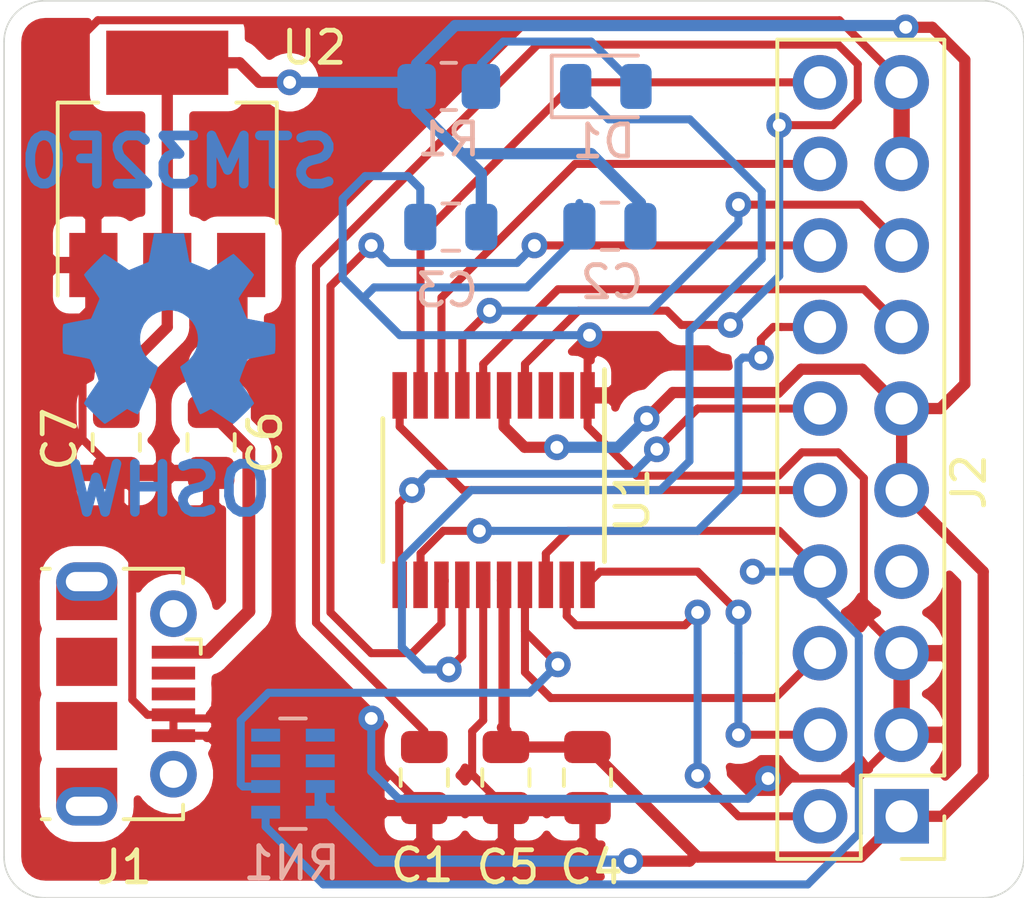
<source format=kicad_pcb>
(kicad_pcb (version 20171130) (host pcbnew 5.1.5+dfsg1-2build2)

  (general
    (thickness 1.6)
    (drawings 11)
    (tracks 300)
    (zones 0)
    (modules 15)
    (nets 28)
  )

  (page A4)
  (layers
    (0 F.Cu signal)
    (31 B.Cu signal)
    (32 B.Adhes user)
    (33 F.Adhes user)
    (34 B.Paste user)
    (35 F.Paste user)
    (36 B.SilkS user)
    (37 F.SilkS user)
    (38 B.Mask user)
    (39 F.Mask user)
    (40 Dwgs.User user)
    (41 Cmts.User user)
    (42 Eco1.User user)
    (43 Eco2.User user)
    (44 Edge.Cuts user)
    (45 Margin user)
    (46 B.CrtYd user)
    (47 F.CrtYd user)
    (48 B.Fab user hide)
    (49 F.Fab user hide)
  )

  (setup
    (last_trace_width 0.25)
    (trace_clearance 0.2)
    (zone_clearance 0.508)
    (zone_45_only no)
    (trace_min 0.2)
    (via_size 0.8)
    (via_drill 0.4)
    (via_min_size 0.4)
    (via_min_drill 0.3)
    (uvia_size 0.3)
    (uvia_drill 0.1)
    (uvias_allowed no)
    (uvia_min_size 0.2)
    (uvia_min_drill 0.1)
    (edge_width 0.05)
    (segment_width 0.2)
    (pcb_text_width 0.3)
    (pcb_text_size 1.5 1.5)
    (mod_edge_width 0.12)
    (mod_text_size 1 1)
    (mod_text_width 0.15)
    (pad_size 1.524 1.524)
    (pad_drill 0.762)
    (pad_to_mask_clearance 0.051)
    (solder_mask_min_width 0.25)
    (aux_axis_origin 0 0)
    (visible_elements FFFFFF7F)
    (pcbplotparams
      (layerselection 0x010f0_ffffffff)
      (usegerberextensions false)
      (usegerberattributes false)
      (usegerberadvancedattributes false)
      (creategerberjobfile false)
      (excludeedgelayer true)
      (linewidth 0.100000)
      (plotframeref false)
      (viasonmask false)
      (mode 1)
      (useauxorigin false)
      (hpglpennumber 1)
      (hpglpenspeed 20)
      (hpglpendiameter 15.000000)
      (psnegative false)
      (psa4output false)
      (plotreference true)
      (plotvalue true)
      (plotinvisibletext false)
      (padsonsilk false)
      (subtractmaskfromsilk false)
      (outputformat 1)
      (mirror false)
      (drillshape 0)
      (scaleselection 1)
      (outputdirectory ""))
  )

  (net 0 "")
  (net 1 SWCLK)
  (net 2 SWDIO)
  (net 3 I2C1_SDA)
  (net 4 I2C1_SCL)
  (net 5 +3V3)
  (net 6 GND)
  (net 7 "Net-(D1-Pad1)")
  (net 8 SPI1_MOSI)
  (net 9 SPI_MISO)
  (net 10 SPI1_SCK)
  (net 11 SPI1_NSS)
  (net 12 USART_RX)
  (net 13 USART1_TX)
  (net 14 ADC_IN1)
  (net 15 ADC_IN0)
  (net 16 NRST)
  (net 17 "Net-(U1-Pad3)")
  (net 18 "Net-(U1-Pad2)")
  (net 19 +5V)
  (net 20 "Net-(D1-Pad2)")
  (net 21 "Net-(J1-Pad2)")
  (net 22 "Net-(J1-Pad3)")
  (net 23 "Net-(J2-Pad7)")
  (net 24 "Net-(RN1-Pad8)")
  (net 25 "Net-(RN1-Pad7)")
  (net 26 "Net-(RN1-Pad2)")
  (net 27 "Net-(RN1-Pad1)")

  (net_class Default "This is the default net class."
    (clearance 0.2)
    (trace_width 0.25)
    (via_dia 0.8)
    (via_drill 0.4)
    (uvia_dia 0.3)
    (uvia_drill 0.1)
    (add_net ADC_IN0)
    (add_net ADC_IN1)
    (add_net GND)
    (add_net I2C1_SCL)
    (add_net I2C1_SDA)
    (add_net NRST)
    (add_net "Net-(D1-Pad1)")
    (add_net "Net-(D1-Pad2)")
    (add_net "Net-(J1-Pad2)")
    (add_net "Net-(J1-Pad3)")
    (add_net "Net-(J2-Pad7)")
    (add_net "Net-(RN1-Pad1)")
    (add_net "Net-(RN1-Pad2)")
    (add_net "Net-(RN1-Pad7)")
    (add_net "Net-(RN1-Pad8)")
    (add_net "Net-(U1-Pad2)")
    (add_net "Net-(U1-Pad3)")
    (add_net SPI1_MOSI)
    (add_net SPI1_NSS)
    (add_net SPI1_SCK)
    (add_net SPI_MISO)
    (add_net SWCLK)
    (add_net SWDIO)
    (add_net USART1_TX)
    (add_net USART_RX)
  )

  (net_class 5v ""
    (clearance 0.2)
    (trace_width 0.4)
    (via_dia 0.8)
    (via_drill 0.4)
    (uvia_dia 0.3)
    (uvia_drill 0.1)
    (add_net +5V)
  )

  (net_class power ""
    (clearance 0.2)
    (trace_width 0.35)
    (via_dia 0.8)
    (via_drill 0.4)
    (uvia_dia 0.3)
    (uvia_drill 0.1)
    (add_net +3V3)
  )

  (module Connector_USB:USB_Micro-B_Molex-105017-0001 (layer F.Cu) (tedit 5FC62711) (tstamp 5FC52441)
    (at 220.98 78.74 270)
    (descr http://www.molex.com/pdm_docs/sd/1050170001_sd.pdf)
    (tags "Micro-USB SMD Typ-B")
    (path /5FC35267)
    (attr smd)
    (fp_text reference J1 (at 5.3975 0.0635 180) (layer F.SilkS)
      (effects (font (size 1 1) (thickness 0.15)))
    )
    (fp_text value USB_B (at 0.3 4.3375 90) (layer F.Fab)
      (effects (font (size 1 1) (thickness 0.15)))
    )
    (fp_line (start -1.1 -2.1225) (end -1.1 -1.9125) (layer F.Fab) (width 0.1))
    (fp_line (start -1.5 -2.1225) (end -1.5 -1.9125) (layer F.Fab) (width 0.1))
    (fp_line (start -1.5 -2.1225) (end -1.1 -2.1225) (layer F.Fab) (width 0.1))
    (fp_line (start -1.1 -1.9125) (end -1.3 -1.7125) (layer F.Fab) (width 0.1))
    (fp_line (start -1.3 -1.7125) (end -1.5 -1.9125) (layer F.Fab) (width 0.1))
    (fp_line (start -1.7 -2.3125) (end -1.7 -1.8625) (layer F.SilkS) (width 0.12))
    (fp_line (start -1.7 -2.3125) (end -1.25 -2.3125) (layer F.SilkS) (width 0.12))
    (fp_line (start 3.9 -1.7625) (end 3.45 -1.7625) (layer F.SilkS) (width 0.12))
    (fp_line (start 3.9 0.0875) (end 3.9 -1.7625) (layer F.SilkS) (width 0.12))
    (fp_line (start -3.9 2.6375) (end -3.9 2.3875) (layer F.SilkS) (width 0.12))
    (fp_line (start -3.75 3.3875) (end -3.75 -1.6125) (layer F.Fab) (width 0.1))
    (fp_line (start -3.75 -1.6125) (end 3.75 -1.6125) (layer F.Fab) (width 0.1))
    (fp_line (start -3.75 3.389204) (end 3.75 3.389204) (layer F.Fab) (width 0.1))
    (fp_line (start -3 2.689204) (end 3 2.689204) (layer F.Fab) (width 0.1))
    (fp_line (start 3.75 3.3875) (end 3.75 -1.6125) (layer F.Fab) (width 0.1))
    (fp_line (start 3.9 2.6375) (end 3.9 2.3875) (layer F.SilkS) (width 0.12))
    (fp_line (start -3.9 0.0875) (end -3.9 -1.7625) (layer F.SilkS) (width 0.12))
    (fp_line (start -3.9 -1.7625) (end -3.45 -1.7625) (layer F.SilkS) (width 0.12))
    (fp_line (start -4.4 3.64) (end -4.4 -2.46) (layer F.CrtYd) (width 0.05))
    (fp_line (start -4.4 -2.46) (end 4.4 -2.46) (layer F.CrtYd) (width 0.05))
    (fp_line (start 4.4 -2.46) (end 4.4 3.64) (layer F.CrtYd) (width 0.05))
    (fp_line (start -4.4 3.64) (end 4.4 3.64) (layer F.CrtYd) (width 0.05))
    (fp_text user %R (at 0 0.8875 90) (layer F.Fab)
      (effects (font (size 1 1) (thickness 0.15)))
    )
    (fp_text user "PCB Edge" (at 0 2.6875 90) (layer Dwgs.User)
      (effects (font (size 0.5 0.5) (thickness 0.08)))
    )
    (pad 6 smd rect (at -2.9 1.2375 270) (size 1.2 1.9) (layers F.Cu F.Mask))
    (pad 6 smd rect (at 2.9 1.2375 270) (size 1.2 1.9) (layers F.Cu F.Mask))
    (pad 6 thru_hole oval (at 3.5 1.2375 270) (size 1.2 1.9) (drill oval 0.6 1.3) (layers *.Cu *.Mask))
    (pad 6 thru_hole oval (at -3.5 1.2375 90) (size 1.2 1.9) (drill oval 0.6 1.3) (layers *.Cu *.Mask))
    (pad 6 smd rect (at -1 1.2375 270) (size 1.5 1.9) (layers F.Cu F.Paste F.Mask))
    (pad 6 thru_hole circle (at 2.5 -1.4625 270) (size 1.45 1.45) (drill 0.85) (layers *.Cu *.Mask))
    (pad 3 smd rect (at 0 -1.4625 270) (size 0.4 1.35) (layers F.Cu F.Paste F.Mask)
      (net 22 "Net-(J1-Pad3)"))
    (pad 4 smd rect (at 0.65 -1.4625 270) (size 0.4 1.35) (layers F.Cu F.Paste F.Mask)
      (net 6 GND))
    (pad 5 smd rect (at 1.3 -1.4625 270) (size 0.4 1.35) (layers F.Cu F.Paste F.Mask)
      (net 6 GND))
    (pad 1 smd rect (at -1.3 -1.4625 270) (size 0.4 1.35) (layers F.Cu F.Paste F.Mask)
      (net 19 +5V))
    (pad 2 smd rect (at -0.65 -1.4625 270) (size 0.4 1.35) (layers F.Cu F.Paste F.Mask)
      (net 21 "Net-(J1-Pad2)"))
    (pad 6 thru_hole circle (at -2.5 -1.4625 270) (size 1.45 1.45) (drill 0.85) (layers *.Cu *.Mask))
    (pad 6 smd rect (at 1 1.2375 270) (size 1.5 1.9) (layers F.Cu F.Paste F.Mask))
    (model ${KISYS3DMOD}/Connector_USB.3dshapes/USB_Micro-B_Molex-105017-0001.wrl
      (offset (xyz 5 5 5))
      (scale (xyz 1 1 1))
      (rotate (xyz 0 0 90))
    )
    (model /home/saeed/Downloads/1050170001--3DModel-STEP-56544.STEP
      (offset (xyz 0 -1 0))
      (scale (xyz 1 1 1))
      (rotate (xyz -90 0 0))
    )
  )

  (module Symbol:OSHW-Symbol_6.7x6mm_Copper (layer B.Cu) (tedit 0) (tstamp 5FC67E08)
    (at 222.3135 67.3735 180)
    (descr "Open Source Hardware Symbol")
    (tags "Logo Symbol OSHW")
    (attr virtual)
    (fp_text reference REF** (at 0 0) (layer B.SilkS) hide
      (effects (font (size 1 1) (thickness 0.15)) (justify mirror))
    )
    (fp_text value OSHW-Symbol_6.7x6mm_Copper (at 0.75 0) (layer B.Fab) hide
      (effects (font (size 1 1) (thickness 0.15)) (justify mirror))
    )
    (fp_poly (pts (xy 0.555814 2.531069) (xy 0.639635 2.086445) (xy 0.94892 1.958947) (xy 1.258206 1.831449)
      (xy 1.629246 2.083754) (xy 1.733157 2.154004) (xy 1.827087 2.216728) (xy 1.906652 2.269062)
      (xy 1.96747 2.308143) (xy 2.005157 2.331107) (xy 2.015421 2.336058) (xy 2.03391 2.323324)
      (xy 2.07342 2.288118) (xy 2.129522 2.234938) (xy 2.197787 2.168282) (xy 2.273786 2.092646)
      (xy 2.353092 2.012528) (xy 2.431275 1.932426) (xy 2.503907 1.856836) (xy 2.566559 1.790255)
      (xy 2.614803 1.737182) (xy 2.64421 1.702113) (xy 2.651241 1.690377) (xy 2.641123 1.66874)
      (xy 2.612759 1.621338) (xy 2.569129 1.552807) (xy 2.513218 1.467785) (xy 2.448006 1.370907)
      (xy 2.410219 1.31565) (xy 2.341343 1.214752) (xy 2.28014 1.123701) (xy 2.229578 1.04703)
      (xy 2.192628 0.989272) (xy 2.172258 0.954957) (xy 2.169197 0.947746) (xy 2.176136 0.927252)
      (xy 2.195051 0.879487) (xy 2.223087 0.811168) (xy 2.257391 0.729011) (xy 2.295109 0.63973)
      (xy 2.333387 0.550042) (xy 2.36937 0.466662) (xy 2.400206 0.396306) (xy 2.423039 0.34569)
      (xy 2.435017 0.321529) (xy 2.435724 0.320578) (xy 2.454531 0.315964) (xy 2.504618 0.305672)
      (xy 2.580793 0.290713) (xy 2.677865 0.272099) (xy 2.790643 0.250841) (xy 2.856442 0.238582)
      (xy 2.97695 0.215638) (xy 3.085797 0.193805) (xy 3.177476 0.174278) (xy 3.246481 0.158252)
      (xy 3.287304 0.146921) (xy 3.295511 0.143326) (xy 3.303548 0.118994) (xy 3.310033 0.064041)
      (xy 3.31497 -0.015108) (xy 3.318364 -0.112026) (xy 3.320218 -0.220287) (xy 3.320538 -0.333465)
      (xy 3.319327 -0.445135) (xy 3.31659 -0.548868) (xy 3.312331 -0.638241) (xy 3.306555 -0.706826)
      (xy 3.299267 -0.748197) (xy 3.294895 -0.75681) (xy 3.268764 -0.767133) (xy 3.213393 -0.781892)
      (xy 3.136107 -0.799352) (xy 3.04423 -0.81778) (xy 3.012158 -0.823741) (xy 2.857524 -0.852066)
      (xy 2.735375 -0.874876) (xy 2.641673 -0.89308) (xy 2.572384 -0.907583) (xy 2.523471 -0.919292)
      (xy 2.490897 -0.929115) (xy 2.470628 -0.937956) (xy 2.458626 -0.946724) (xy 2.456947 -0.948457)
      (xy 2.440184 -0.976371) (xy 2.414614 -1.030695) (xy 2.382788 -1.104777) (xy 2.34726 -1.191965)
      (xy 2.310583 -1.285608) (xy 2.275311 -1.379052) (xy 2.243996 -1.465647) (xy 2.219193 -1.53874)
      (xy 2.203454 -1.591678) (xy 2.199332 -1.617811) (xy 2.199676 -1.618726) (xy 2.213641 -1.640086)
      (xy 2.245322 -1.687084) (xy 2.291391 -1.754827) (xy 2.348518 -1.838423) (xy 2.413373 -1.932982)
      (xy 2.431843 -1.959854) (xy 2.497699 -2.057275) (xy 2.55565 -2.146163) (xy 2.602538 -2.221412)
      (xy 2.635207 -2.27792) (xy 2.6505 -2.310581) (xy 2.651241 -2.314593) (xy 2.638392 -2.335684)
      (xy 2.602888 -2.377464) (xy 2.549293 -2.435445) (xy 2.482171 -2.505135) (xy 2.406087 -2.582045)
      (xy 2.325604 -2.661683) (xy 2.245287 -2.739561) (xy 2.169699 -2.811186) (xy 2.103405 -2.87207)
      (xy 2.050969 -2.917721) (xy 2.016955 -2.94365) (xy 2.007545 -2.947883) (xy 1.985643 -2.937912)
      (xy 1.9408 -2.91102) (xy 1.880321 -2.871736) (xy 1.833789 -2.840117) (xy 1.749475 -2.782098)
      (xy 1.649626 -2.713784) (xy 1.549473 -2.645579) (xy 1.495627 -2.609075) (xy 1.313371 -2.4858)
      (xy 1.160381 -2.56852) (xy 1.090682 -2.604759) (xy 1.031414 -2.632926) (xy 0.991311 -2.648991)
      (xy 0.981103 -2.651226) (xy 0.968829 -2.634722) (xy 0.944613 -2.588082) (xy 0.910263 -2.515609)
      (xy 0.867588 -2.421606) (xy 0.818394 -2.310374) (xy 0.76449 -2.186215) (xy 0.707684 -2.053432)
      (xy 0.649782 -1.916327) (xy 0.592593 -1.779202) (xy 0.537924 -1.646358) (xy 0.487584 -1.522098)
      (xy 0.44338 -1.410725) (xy 0.407119 -1.316539) (xy 0.380609 -1.243844) (xy 0.365658 -1.196941)
      (xy 0.363254 -1.180833) (xy 0.382311 -1.160286) (xy 0.424036 -1.126933) (xy 0.479706 -1.087702)
      (xy 0.484378 -1.084599) (xy 0.628264 -0.969423) (xy 0.744283 -0.835053) (xy 0.83143 -0.685784)
      (xy 0.888699 -0.525913) (xy 0.915086 -0.359737) (xy 0.909585 -0.191552) (xy 0.87119 -0.025655)
      (xy 0.798895 0.133658) (xy 0.777626 0.168513) (xy 0.666996 0.309263) (xy 0.536302 0.422286)
      (xy 0.390064 0.506997) (xy 0.232808 0.562806) (xy 0.069057 0.589126) (xy -0.096667 0.58537)
      (xy -0.259838 0.55095) (xy -0.415935 0.485277) (xy -0.560433 0.387765) (xy -0.605131 0.348187)
      (xy -0.718888 0.224297) (xy -0.801782 0.093876) (xy -0.858644 -0.052315) (xy -0.890313 -0.197088)
      (xy -0.898131 -0.35986) (xy -0.872062 -0.52344) (xy -0.814755 -0.682298) (xy -0.728856 -0.830906)
      (xy -0.617014 -0.963735) (xy -0.481877 -1.075256) (xy -0.464117 -1.087011) (xy -0.40785 -1.125508)
      (xy -0.365077 -1.158863) (xy -0.344628 -1.18016) (xy -0.344331 -1.180833) (xy -0.348721 -1.203871)
      (xy -0.366124 -1.256157) (xy -0.394732 -1.33339) (xy -0.432735 -1.431268) (xy -0.478326 -1.545491)
      (xy -0.529697 -1.671758) (xy -0.585038 -1.805767) (xy -0.642542 -1.943218) (xy -0.700399 -2.079808)
      (xy -0.756802 -2.211237) (xy -0.809942 -2.333205) (xy -0.85801 -2.441409) (xy -0.899199 -2.531549)
      (xy -0.931699 -2.599323) (xy -0.953703 -2.64043) (xy -0.962564 -2.651226) (xy -0.98964 -2.642819)
      (xy -1.040303 -2.620272) (xy -1.105817 -2.587613) (xy -1.141841 -2.56852) (xy -1.294832 -2.4858)
      (xy -1.477088 -2.609075) (xy -1.570125 -2.672228) (xy -1.671985 -2.741727) (xy -1.767438 -2.807165)
      (xy -1.81525 -2.840117) (xy -1.882495 -2.885273) (xy -1.939436 -2.921057) (xy -1.978646 -2.942938)
      (xy -1.991381 -2.947563) (xy -2.009917 -2.935085) (xy -2.050941 -2.900252) (xy -2.110475 -2.846678)
      (xy -2.184542 -2.777983) (xy -2.269165 -2.697781) (xy -2.322685 -2.646286) (xy -2.416319 -2.554286)
      (xy -2.497241 -2.471999) (xy -2.562177 -2.402945) (xy -2.607858 -2.350644) (xy -2.631011 -2.318616)
      (xy -2.633232 -2.312116) (xy -2.622924 -2.287394) (xy -2.594439 -2.237405) (xy -2.550937 -2.167212)
      (xy -2.495577 -2.081875) (xy -2.43152 -1.986456) (xy -2.413303 -1.959854) (xy -2.346927 -1.863167)
      (xy -2.287378 -1.776117) (xy -2.237984 -1.703595) (xy -2.202075 -1.650493) (xy -2.182981 -1.621703)
      (xy -2.181136 -1.618726) (xy -2.183895 -1.595782) (xy -2.198538 -1.545336) (xy -2.222513 -1.474041)
      (xy -2.253266 -1.388547) (xy -2.288244 -1.295507) (xy -2.324893 -1.201574) (xy -2.360661 -1.113399)
      (xy -2.392994 -1.037634) (xy -2.419338 -0.980931) (xy -2.437142 -0.949943) (xy -2.438407 -0.948457)
      (xy -2.449294 -0.939601) (xy -2.467682 -0.930843) (xy -2.497606 -0.921277) (xy -2.543103 -0.909996)
      (xy -2.608209 -0.896093) (xy -2.696961 -0.878663) (xy -2.813393 -0.856798) (xy -2.961542 -0.829591)
      (xy -2.993618 -0.823741) (xy -3.088686 -0.805374) (xy -3.171565 -0.787405) (xy -3.23493 -0.771569)
      (xy -3.271458 -0.7596) (xy -3.276356 -0.75681) (xy -3.284427 -0.732072) (xy -3.290987 -0.67679)
      (xy -3.296033 -0.597389) (xy -3.299559 -0.500296) (xy -3.301561 -0.391938) (xy -3.302036 -0.27874)
      (xy -3.300977 -0.167128) (xy -3.298382 -0.063529) (xy -3.294246 0.025632) (xy -3.288563 0.093928)
      (xy -3.281331 0.134934) (xy -3.276971 0.143326) (xy -3.252698 0.151792) (xy -3.197426 0.165565)
      (xy -3.116662 0.18345) (xy -3.015912 0.204252) (xy -2.900683 0.226777) (xy -2.837902 0.238582)
      (xy -2.718787 0.260849) (xy -2.612565 0.281021) (xy -2.524427 0.298085) (xy -2.459566 0.311031)
      (xy -2.423174 0.318845) (xy -2.417184 0.320578) (xy -2.407061 0.34011) (xy -2.385662 0.387157)
      (xy -2.355839 0.454997) (xy -2.320445 0.536909) (xy -2.282332 0.626172) (xy -2.244353 0.716065)
      (xy -2.20936 0.799865) (xy -2.180206 0.870853) (xy -2.159743 0.922306) (xy -2.150823 0.947503)
      (xy -2.150657 0.948604) (xy -2.160769 0.968481) (xy -2.189117 1.014223) (xy -2.232723 1.081283)
      (xy -2.288606 1.165116) (xy -2.353787 1.261174) (xy -2.391679 1.31635) (xy -2.460725 1.417519)
      (xy -2.52205 1.50937) (xy -2.572663 1.587256) (xy -2.609571 1.646531) (xy -2.629782 1.682549)
      (xy -2.632701 1.690623) (xy -2.620153 1.709416) (xy -2.585463 1.749543) (xy -2.533063 1.806507)
      (xy -2.467384 1.875815) (xy -2.392856 1.952969) (xy -2.313913 2.033475) (xy -2.234983 2.112837)
      (xy -2.1605 2.18656) (xy -2.094894 2.250148) (xy -2.042596 2.299106) (xy -2.008039 2.328939)
      (xy -1.996478 2.336058) (xy -1.977654 2.326047) (xy -1.932631 2.297922) (xy -1.865787 2.254546)
      (xy -1.781499 2.198782) (xy -1.684144 2.133494) (xy -1.610707 2.083754) (xy -1.239667 1.831449)
      (xy -0.621095 2.086445) (xy -0.537275 2.531069) (xy -0.453454 2.975693) (xy 0.471994 2.975693)
      (xy 0.555814 2.531069)) (layer B.Cu) (width 0.01))
  )

  (module Capacitor_SMD:C_0805_2012Metric (layer F.Cu) (tedit 5F68FEEE) (tstamp 5FC53ABE)
    (at 220.6625 70.905001 270)
    (descr "Capacitor SMD 0805 (2012 Metric), square (rectangular) end terminal, IPC_7351 nominal, (Body size source: IPC-SM-782 page 76, https://www.pcb-3d.com/wordpress/wp-content/uploads/ipc-sm-782a_amendment_1_and_2.pdf, https://docs.google.com/spreadsheets/d/1BsfQQcO9C6DZCsRaXUlFlo91Tg2WpOkGARC1WS5S8t0/edit?usp=sharing), generated with kicad-footprint-generator")
    (tags capacitor)
    (path /5FC7F0BA)
    (attr smd)
    (fp_text reference C7 (at -0.102501 1.761499 90) (layer F.SilkS)
      (effects (font (size 1 1) (thickness 0.15)))
    )
    (fp_text value 10uF (at 0 1.68 90) (layer F.Fab)
      (effects (font (size 1 1) (thickness 0.15)))
    )
    (fp_text user %R (at 0 0 90) (layer F.Fab)
      (effects (font (size 0.5 0.5) (thickness 0.08)))
    )
    (fp_line (start 1.7 0.98) (end -1.7 0.98) (layer F.CrtYd) (width 0.05))
    (fp_line (start 1.7 -0.98) (end 1.7 0.98) (layer F.CrtYd) (width 0.05))
    (fp_line (start -1.7 -0.98) (end 1.7 -0.98) (layer F.CrtYd) (width 0.05))
    (fp_line (start -1.7 0.98) (end -1.7 -0.98) (layer F.CrtYd) (width 0.05))
    (fp_line (start -0.261252 0.735) (end 0.261252 0.735) (layer F.SilkS) (width 0.12))
    (fp_line (start -0.261252 -0.735) (end 0.261252 -0.735) (layer F.SilkS) (width 0.12))
    (fp_line (start 1 0.625) (end -1 0.625) (layer F.Fab) (width 0.1))
    (fp_line (start 1 -0.625) (end 1 0.625) (layer F.Fab) (width 0.1))
    (fp_line (start -1 -0.625) (end 1 -0.625) (layer F.Fab) (width 0.1))
    (fp_line (start -1 0.625) (end -1 -0.625) (layer F.Fab) (width 0.1))
    (pad 2 smd roundrect (at 0.95 0 270) (size 1 1.45) (layers F.Cu F.Paste F.Mask) (roundrect_rratio 0.25)
      (net 6 GND))
    (pad 1 smd roundrect (at -0.95 0 270) (size 1 1.45) (layers F.Cu F.Paste F.Mask) (roundrect_rratio 0.25)
      (net 5 +3V3))
    (model ${KISYS3DMOD}/Capacitor_SMD.3dshapes/C_0805_2012Metric.wrl
      (at (xyz 0 0 0))
      (scale (xyz 1 1 1))
      (rotate (xyz 0 0 0))
    )
  )

  (module Capacitor_SMD:C_0805_2012Metric (layer F.Cu) (tedit 5F68FEEE) (tstamp 5FC53AAD)
    (at 223.614999 70.905001 270)
    (descr "Capacitor SMD 0805 (2012 Metric), square (rectangular) end terminal, IPC_7351 nominal, (Body size source: IPC-SM-782 page 76, https://www.pcb-3d.com/wordpress/wp-content/uploads/ipc-sm-782a_amendment_1_and_2.pdf, https://docs.google.com/spreadsheets/d/1BsfQQcO9C6DZCsRaXUlFlo91Tg2WpOkGARC1WS5S8t0/edit?usp=sharing), generated with kicad-footprint-generator")
    (tags capacitor)
    (path /5FC7F0B0)
    (attr smd)
    (fp_text reference C6 (at 0 -1.68 90) (layer F.SilkS)
      (effects (font (size 1 1) (thickness 0.15)))
    )
    (fp_text value 10uF (at 0 1.68 90) (layer F.Fab)
      (effects (font (size 1 1) (thickness 0.15)))
    )
    (fp_text user %R (at 0 0 90) (layer F.Fab)
      (effects (font (size 0.5 0.5) (thickness 0.08)))
    )
    (fp_line (start 1.7 0.98) (end -1.7 0.98) (layer F.CrtYd) (width 0.05))
    (fp_line (start 1.7 -0.98) (end 1.7 0.98) (layer F.CrtYd) (width 0.05))
    (fp_line (start -1.7 -0.98) (end 1.7 -0.98) (layer F.CrtYd) (width 0.05))
    (fp_line (start -1.7 0.98) (end -1.7 -0.98) (layer F.CrtYd) (width 0.05))
    (fp_line (start -0.261252 0.735) (end 0.261252 0.735) (layer F.SilkS) (width 0.12))
    (fp_line (start -0.261252 -0.735) (end 0.261252 -0.735) (layer F.SilkS) (width 0.12))
    (fp_line (start 1 0.625) (end -1 0.625) (layer F.Fab) (width 0.1))
    (fp_line (start 1 -0.625) (end 1 0.625) (layer F.Fab) (width 0.1))
    (fp_line (start -1 -0.625) (end 1 -0.625) (layer F.Fab) (width 0.1))
    (fp_line (start -1 0.625) (end -1 -0.625) (layer F.Fab) (width 0.1))
    (pad 2 smd roundrect (at 0.95 0 270) (size 1 1.45) (layers F.Cu F.Paste F.Mask) (roundrect_rratio 0.25)
      (net 6 GND))
    (pad 1 smd roundrect (at -0.95 0 270) (size 1 1.45) (layers F.Cu F.Paste F.Mask) (roundrect_rratio 0.25)
      (net 19 +5V))
    (model ${KISYS3DMOD}/Capacitor_SMD.3dshapes/C_0805_2012Metric.wrl
      (at (xyz 0 0 0))
      (scale (xyz 1 1 1))
      (rotate (xyz 0 0 0))
    )
  )

  (module Capacitor_SMD:C_0805_2012Metric (layer F.Cu) (tedit 5F68FEEE) (tstamp 5FC5240C)
    (at 232.791 81.3435 270)
    (descr "Capacitor SMD 0805 (2012 Metric), square (rectangular) end terminal, IPC_7351 nominal, (Body size source: IPC-SM-782 page 76, https://www.pcb-3d.com/wordpress/wp-content/uploads/ipc-sm-782a_amendment_1_and_2.pdf, https://docs.google.com/spreadsheets/d/1BsfQQcO9C6DZCsRaXUlFlo91Tg2WpOkGARC1WS5S8t0/edit?usp=sharing), generated with kicad-footprint-generator")
    (tags capacitor)
    (path /5FC30404)
    (attr smd)
    (fp_text reference C5 (at 2.794 -0.0635 180) (layer F.SilkS)
      (effects (font (size 1 1) (thickness 0.15)))
    )
    (fp_text value 10nF (at 0 1.68 90) (layer F.Fab)
      (effects (font (size 1 1) (thickness 0.15)))
    )
    (fp_text user %R (at 0 0 90) (layer F.Fab)
      (effects (font (size 0.5 0.5) (thickness 0.08)))
    )
    (fp_line (start 1.7 0.98) (end -1.7 0.98) (layer F.CrtYd) (width 0.05))
    (fp_line (start 1.7 -0.98) (end 1.7 0.98) (layer F.CrtYd) (width 0.05))
    (fp_line (start -1.7 -0.98) (end 1.7 -0.98) (layer F.CrtYd) (width 0.05))
    (fp_line (start -1.7 0.98) (end -1.7 -0.98) (layer F.CrtYd) (width 0.05))
    (fp_line (start -0.261252 0.735) (end 0.261252 0.735) (layer F.SilkS) (width 0.12))
    (fp_line (start -0.261252 -0.735) (end 0.261252 -0.735) (layer F.SilkS) (width 0.12))
    (fp_line (start 1 0.625) (end -1 0.625) (layer F.Fab) (width 0.1))
    (fp_line (start 1 -0.625) (end 1 0.625) (layer F.Fab) (width 0.1))
    (fp_line (start -1 -0.625) (end 1 -0.625) (layer F.Fab) (width 0.1))
    (fp_line (start -1 0.625) (end -1 -0.625) (layer F.Fab) (width 0.1))
    (pad 2 smd roundrect (at 0.95 0 270) (size 1 1.45) (layers F.Cu F.Paste F.Mask) (roundrect_rratio 0.25)
      (net 6 GND))
    (pad 1 smd roundrect (at -0.95 0 270) (size 1 1.45) (layers F.Cu F.Paste F.Mask) (roundrect_rratio 0.25)
      (net 5 +3V3))
    (model ${KISYS3DMOD}/Capacitor_SMD.3dshapes/C_0805_2012Metric.wrl
      (at (xyz 0 0 0))
      (scale (xyz 1 1 1))
      (rotate (xyz 0 0 0))
    )
  )

  (module Capacitor_SMD:C_0805_2012Metric (layer F.Cu) (tedit 5F68FEEE) (tstamp 5FC523FB)
    (at 235.331 81.3435 270)
    (descr "Capacitor SMD 0805 (2012 Metric), square (rectangular) end terminal, IPC_7351 nominal, (Body size source: IPC-SM-782 page 76, https://www.pcb-3d.com/wordpress/wp-content/uploads/ipc-sm-782a_amendment_1_and_2.pdf, https://docs.google.com/spreadsheets/d/1BsfQQcO9C6DZCsRaXUlFlo91Tg2WpOkGARC1WS5S8t0/edit?usp=sharing), generated with kicad-footprint-generator")
    (tags capacitor)
    (path /5FC30533)
    (attr smd)
    (fp_text reference C4 (at 2.794 -0.127 180) (layer F.SilkS)
      (effects (font (size 1 1) (thickness 0.15)))
    )
    (fp_text value 1uF (at 0 1.68 90) (layer F.Fab)
      (effects (font (size 1 1) (thickness 0.15)))
    )
    (fp_text user %R (at 0 0 90) (layer F.Fab)
      (effects (font (size 0.5 0.5) (thickness 0.08)))
    )
    (fp_line (start 1.7 0.98) (end -1.7 0.98) (layer F.CrtYd) (width 0.05))
    (fp_line (start 1.7 -0.98) (end 1.7 0.98) (layer F.CrtYd) (width 0.05))
    (fp_line (start -1.7 -0.98) (end 1.7 -0.98) (layer F.CrtYd) (width 0.05))
    (fp_line (start -1.7 0.98) (end -1.7 -0.98) (layer F.CrtYd) (width 0.05))
    (fp_line (start -0.261252 0.735) (end 0.261252 0.735) (layer F.SilkS) (width 0.12))
    (fp_line (start -0.261252 -0.735) (end 0.261252 -0.735) (layer F.SilkS) (width 0.12))
    (fp_line (start 1 0.625) (end -1 0.625) (layer F.Fab) (width 0.1))
    (fp_line (start 1 -0.625) (end 1 0.625) (layer F.Fab) (width 0.1))
    (fp_line (start -1 -0.625) (end 1 -0.625) (layer F.Fab) (width 0.1))
    (fp_line (start -1 0.625) (end -1 -0.625) (layer F.Fab) (width 0.1))
    (pad 2 smd roundrect (at 0.95 0 270) (size 1 1.45) (layers F.Cu F.Paste F.Mask) (roundrect_rratio 0.25)
      (net 6 GND))
    (pad 1 smd roundrect (at -0.95 0 270) (size 1 1.45) (layers F.Cu F.Paste F.Mask) (roundrect_rratio 0.25)
      (net 5 +3V3))
    (model ${KISYS3DMOD}/Capacitor_SMD.3dshapes/C_0805_2012Metric.wrl
      (at (xyz 0 0 0))
      (scale (xyz 1 1 1))
      (rotate (xyz 0 0 0))
    )
  )

  (module Capacitor_SMD:C_0805_2012Metric (layer B.Cu) (tedit 5F68FEEE) (tstamp 5FC523EA)
    (at 231.0765 64.1985 180)
    (descr "Capacitor SMD 0805 (2012 Metric), square (rectangular) end terminal, IPC_7351 nominal, (Body size source: IPC-SM-782 page 76, https://www.pcb-3d.com/wordpress/wp-content/uploads/ipc-sm-782a_amendment_1_and_2.pdf, https://docs.google.com/spreadsheets/d/1BsfQQcO9C6DZCsRaXUlFlo91Tg2WpOkGARC1WS5S8t0/edit?usp=sharing), generated with kicad-footprint-generator")
    (tags capacitor)
    (path /5FC30670)
    (attr smd)
    (fp_text reference C3 (at 0.127 -1.9685) (layer B.SilkS)
      (effects (font (size 1 1) (thickness 0.15)) (justify mirror))
    )
    (fp_text value 100nF (at 0 -1.68) (layer B.Fab)
      (effects (font (size 1 1) (thickness 0.15)) (justify mirror))
    )
    (fp_text user %R (at 0 0) (layer B.Fab)
      (effects (font (size 0.5 0.5) (thickness 0.08)) (justify mirror))
    )
    (fp_line (start 1.7 -0.98) (end -1.7 -0.98) (layer B.CrtYd) (width 0.05))
    (fp_line (start 1.7 0.98) (end 1.7 -0.98) (layer B.CrtYd) (width 0.05))
    (fp_line (start -1.7 0.98) (end 1.7 0.98) (layer B.CrtYd) (width 0.05))
    (fp_line (start -1.7 -0.98) (end -1.7 0.98) (layer B.CrtYd) (width 0.05))
    (fp_line (start -0.261252 -0.735) (end 0.261252 -0.735) (layer B.SilkS) (width 0.12))
    (fp_line (start -0.261252 0.735) (end 0.261252 0.735) (layer B.SilkS) (width 0.12))
    (fp_line (start 1 -0.625) (end -1 -0.625) (layer B.Fab) (width 0.1))
    (fp_line (start 1 0.625) (end 1 -0.625) (layer B.Fab) (width 0.1))
    (fp_line (start -1 0.625) (end 1 0.625) (layer B.Fab) (width 0.1))
    (fp_line (start -1 -0.625) (end -1 0.625) (layer B.Fab) (width 0.1))
    (pad 2 smd roundrect (at 0.95 0 180) (size 1 1.45) (layers B.Cu B.Paste B.Mask) (roundrect_rratio 0.25)
      (net 6 GND))
    (pad 1 smd roundrect (at -0.95 0 180) (size 1 1.45) (layers B.Cu B.Paste B.Mask) (roundrect_rratio 0.25)
      (net 5 +3V3))
    (model ${KISYS3DMOD}/Capacitor_SMD.3dshapes/C_0805_2012Metric.wrl
      (at (xyz 0 0 0))
      (scale (xyz 1 1 1))
      (rotate (xyz 0 0 0))
    )
  )

  (module Capacitor_SMD:C_0805_2012Metric (layer B.Cu) (tedit 5F68FEEE) (tstamp 5FC523D9)
    (at 236.0295 64.172001 180)
    (descr "Capacitor SMD 0805 (2012 Metric), square (rectangular) end terminal, IPC_7351 nominal, (Body size source: IPC-SM-782 page 76, https://www.pcb-3d.com/wordpress/wp-content/uploads/ipc-sm-782a_amendment_1_and_2.pdf, https://docs.google.com/spreadsheets/d/1BsfQQcO9C6DZCsRaXUlFlo91Tg2WpOkGARC1WS5S8t0/edit?usp=sharing), generated with kicad-footprint-generator")
    (tags capacitor)
    (path /5FC30AC8)
    (attr smd)
    (fp_text reference C2 (at -0.0635 -1.740999 180) (layer B.SilkS)
      (effects (font (size 1 1) (thickness 0.15)) (justify mirror))
    )
    (fp_text value 4.7uF (at 0 -1.68) (layer B.Fab)
      (effects (font (size 1 1) (thickness 0.15)) (justify mirror))
    )
    (fp_text user %R (at 0 0) (layer B.Fab)
      (effects (font (size 0.5 0.5) (thickness 0.08)) (justify mirror))
    )
    (fp_line (start 1.7 -0.98) (end -1.7 -0.98) (layer B.CrtYd) (width 0.05))
    (fp_line (start 1.7 0.98) (end 1.7 -0.98) (layer B.CrtYd) (width 0.05))
    (fp_line (start -1.7 0.98) (end 1.7 0.98) (layer B.CrtYd) (width 0.05))
    (fp_line (start -1.7 -0.98) (end -1.7 0.98) (layer B.CrtYd) (width 0.05))
    (fp_line (start -0.261252 -0.735) (end 0.261252 -0.735) (layer B.SilkS) (width 0.12))
    (fp_line (start -0.261252 0.735) (end 0.261252 0.735) (layer B.SilkS) (width 0.12))
    (fp_line (start 1 -0.625) (end -1 -0.625) (layer B.Fab) (width 0.1))
    (fp_line (start 1 0.625) (end 1 -0.625) (layer B.Fab) (width 0.1))
    (fp_line (start -1 0.625) (end 1 0.625) (layer B.Fab) (width 0.1))
    (fp_line (start -1 -0.625) (end -1 0.625) (layer B.Fab) (width 0.1))
    (pad 2 smd roundrect (at 0.95 0 180) (size 1 1.45) (layers B.Cu B.Paste B.Mask) (roundrect_rratio 0.25)
      (net 6 GND))
    (pad 1 smd roundrect (at -0.95 0 180) (size 1 1.45) (layers B.Cu B.Paste B.Mask) (roundrect_rratio 0.25)
      (net 5 +3V3))
    (model ${KISYS3DMOD}/Capacitor_SMD.3dshapes/C_0805_2012Metric.wrl
      (at (xyz 0 0 0))
      (scale (xyz 1 1 1))
      (rotate (xyz 0 0 0))
    )
  )

  (module Capacitor_SMD:C_0805_2012Metric (layer F.Cu) (tedit 5F68FEEE) (tstamp 5FC523C8)
    (at 230.251 81.3435 270)
    (descr "Capacitor SMD 0805 (2012 Metric), square (rectangular) end terminal, IPC_7351 nominal, (Body size source: IPC-SM-782 page 76, https://www.pcb-3d.com/wordpress/wp-content/uploads/ipc-sm-782a_amendment_1_and_2.pdf, https://docs.google.com/spreadsheets/d/1BsfQQcO9C6DZCsRaXUlFlo91Tg2WpOkGARC1WS5S8t0/edit?usp=sharing), generated with kicad-footprint-generator")
    (tags capacitor)
    (path /5FC30134)
    (attr smd)
    (fp_text reference C1 (at 2.7305 0.0635) (layer F.SilkS)
      (effects (font (size 1 1) (thickness 0.15)))
    )
    (fp_text value 0.1uF (at 0 1.68 90) (layer F.Fab)
      (effects (font (size 1 1) (thickness 0.15)))
    )
    (fp_text user %R (at 0 0 90) (layer F.Fab)
      (effects (font (size 0.5 0.5) (thickness 0.08)))
    )
    (fp_line (start 1.7 0.98) (end -1.7 0.98) (layer F.CrtYd) (width 0.05))
    (fp_line (start 1.7 -0.98) (end 1.7 0.98) (layer F.CrtYd) (width 0.05))
    (fp_line (start -1.7 -0.98) (end 1.7 -0.98) (layer F.CrtYd) (width 0.05))
    (fp_line (start -1.7 0.98) (end -1.7 -0.98) (layer F.CrtYd) (width 0.05))
    (fp_line (start -0.261252 0.735) (end 0.261252 0.735) (layer F.SilkS) (width 0.12))
    (fp_line (start -0.261252 -0.735) (end 0.261252 -0.735) (layer F.SilkS) (width 0.12))
    (fp_line (start 1 0.625) (end -1 0.625) (layer F.Fab) (width 0.1))
    (fp_line (start 1 -0.625) (end 1 0.625) (layer F.Fab) (width 0.1))
    (fp_line (start -1 -0.625) (end 1 -0.625) (layer F.Fab) (width 0.1))
    (fp_line (start -1 0.625) (end -1 -0.625) (layer F.Fab) (width 0.1))
    (pad 2 smd roundrect (at 0.95 0 270) (size 1 1.45) (layers F.Cu F.Paste F.Mask) (roundrect_rratio 0.25)
      (net 6 GND))
    (pad 1 smd roundrect (at -0.95 0 270) (size 1 1.45) (layers F.Cu F.Paste F.Mask) (roundrect_rratio 0.25)
      (net 16 NRST))
    (model ${KISYS3DMOD}/Capacitor_SMD.3dshapes/C_0805_2012Metric.wrl
      (at (xyz 0 0 0))
      (scale (xyz 1 1 1))
      (rotate (xyz 0 0 0))
    )
  )

  (module Resistor_SMD:R_Array_Concave_4x0603 (layer B.Cu) (tedit 58E0A85E) (tstamp 5FC524CE)
    (at 226.1625 81.223 180)
    (descr "Thick Film Chip Resistor Array, Wave soldering, Vishay CRA06P (see cra06p.pdf)")
    (tags "resistor array")
    (path /5FC324CC)
    (attr smd)
    (fp_text reference RN1 (at 0.039 -2.7875) (layer B.SilkS)
      (effects (font (size 1 1) (thickness 0.15)) (justify mirror))
    )
    (fp_text value R_Pack04 (at 0 -2.6) (layer B.Fab)
      (effects (font (size 1 1) (thickness 0.15)) (justify mirror))
    )
    (fp_line (start 1.55 -1.87) (end -1.55 -1.87) (layer B.CrtYd) (width 0.05))
    (fp_line (start 1.55 -1.87) (end 1.55 1.88) (layer B.CrtYd) (width 0.05))
    (fp_line (start -1.55 1.88) (end -1.55 -1.87) (layer B.CrtYd) (width 0.05))
    (fp_line (start -1.55 1.88) (end 1.55 1.88) (layer B.CrtYd) (width 0.05))
    (fp_line (start 0.4 1.72) (end -0.4 1.72) (layer B.SilkS) (width 0.12))
    (fp_line (start 0.4 -1.72) (end -0.4 -1.72) (layer B.SilkS) (width 0.12))
    (fp_line (start -0.8 -1.6) (end -0.8 1.6) (layer B.Fab) (width 0.1))
    (fp_line (start 0.8 -1.6) (end -0.8 -1.6) (layer B.Fab) (width 0.1))
    (fp_line (start 0.8 1.6) (end 0.8 -1.6) (layer B.Fab) (width 0.1))
    (fp_line (start -0.8 1.6) (end 0.8 1.6) (layer B.Fab) (width 0.1))
    (fp_text user %R (at 0 0 -90) (layer B.Fab)
      (effects (font (size 0.5 0.5) (thickness 0.075)) (justify mirror))
    )
    (pad 5 smd rect (at 0.85 -1.2 180) (size 0.9 0.4) (layers B.Cu B.Paste B.Mask)
      (net 3 I2C1_SDA))
    (pad 6 smd rect (at 0.85 -0.4 180) (size 0.9 0.4) (layers B.Cu B.Paste B.Mask)
      (net 4 I2C1_SCL))
    (pad 7 smd rect (at 0.85 0.4 180) (size 0.9 0.4) (layers B.Cu B.Paste B.Mask)
      (net 25 "Net-(RN1-Pad7)"))
    (pad 8 smd rect (at 0.85 1.2 180) (size 0.9 0.4) (layers B.Cu B.Paste B.Mask)
      (net 24 "Net-(RN1-Pad8)"))
    (pad 4 smd rect (at -0.85 -1.2 180) (size 0.9 0.4) (layers B.Cu B.Paste B.Mask)
      (net 5 +3V3))
    (pad 1 smd rect (at -0.85 1.2 180) (size 0.9 0.4) (layers B.Cu B.Paste B.Mask)
      (net 27 "Net-(RN1-Pad1)"))
    (pad 3 smd rect (at -0.85 -0.4 180) (size 0.9 0.4) (layers B.Cu B.Paste B.Mask)
      (net 5 +3V3))
    (pad 2 smd rect (at -0.85 0.4 180) (size 0.9 0.4) (layers B.Cu B.Paste B.Mask)
      (net 26 "Net-(RN1-Pad2)"))
    (model ${KISYS3DMOD}/Resistor_SMD.3dshapes/R_Array_Concave_4x0603.wrl
      (at (xyz 0 0 0))
      (scale (xyz 1 1 1))
      (rotate (xyz 0 0 0))
    )
  )

  (module Connector_PinHeader_2.54mm:PinHeader_2x10_P2.54mm_Vertical (layer F.Cu) (tedit 59FED5CC) (tstamp 5FC524A6)
    (at 245.11 82.55 180)
    (descr "Through hole straight pin header, 2x10, 2.54mm pitch, double rows")
    (tags "Through hole pin header THT 2x10 2.54mm double row")
    (path /5FC36C4D)
    (fp_text reference J2 (at -2.0955 10.414 90) (layer F.SilkS)
      (effects (font (size 1 1) (thickness 0.15)))
    )
    (fp_text value Conn_02x10_Odd_Even (at 1.27 25.19) (layer F.Fab)
      (effects (font (size 1 1) (thickness 0.15)))
    )
    (fp_line (start 0 -1.27) (end 3.81 -1.27) (layer F.Fab) (width 0.1))
    (fp_line (start 3.81 -1.27) (end 3.81 24.13) (layer F.Fab) (width 0.1))
    (fp_line (start 3.81 24.13) (end -1.27 24.13) (layer F.Fab) (width 0.1))
    (fp_line (start -1.27 24.13) (end -1.27 0) (layer F.Fab) (width 0.1))
    (fp_line (start -1.27 0) (end 0 -1.27) (layer F.Fab) (width 0.1))
    (fp_line (start -1.33 24.19) (end 3.87 24.19) (layer F.SilkS) (width 0.12))
    (fp_line (start -1.33 1.27) (end -1.33 24.19) (layer F.SilkS) (width 0.12))
    (fp_line (start 3.87 -1.33) (end 3.87 24.19) (layer F.SilkS) (width 0.12))
    (fp_line (start -1.33 1.27) (end 1.27 1.27) (layer F.SilkS) (width 0.12))
    (fp_line (start 1.27 1.27) (end 1.27 -1.33) (layer F.SilkS) (width 0.12))
    (fp_line (start 1.27 -1.33) (end 3.87 -1.33) (layer F.SilkS) (width 0.12))
    (fp_line (start -1.33 0) (end -1.33 -1.33) (layer F.SilkS) (width 0.12))
    (fp_line (start -1.33 -1.33) (end 0 -1.33) (layer F.SilkS) (width 0.12))
    (fp_line (start -1.8 -1.8) (end -1.8 24.65) (layer F.CrtYd) (width 0.05))
    (fp_line (start -1.8 24.65) (end 4.35 24.65) (layer F.CrtYd) (width 0.05))
    (fp_line (start 4.35 24.65) (end 4.35 -1.8) (layer F.CrtYd) (width 0.05))
    (fp_line (start 4.35 -1.8) (end -1.8 -1.8) (layer F.CrtYd) (width 0.05))
    (fp_text user %R (at 1.27 11.43 90) (layer F.Fab)
      (effects (font (size 1 1) (thickness 0.15)))
    )
    (pad 1 thru_hole rect (at 0 0 180) (size 1.7 1.7) (drill 1) (layers *.Cu *.Mask)
      (net 5 +3V3))
    (pad 2 thru_hole oval (at 2.54 0 180) (size 1.7 1.7) (drill 1) (layers *.Cu *.Mask)
      (net 2 SWDIO))
    (pad 3 thru_hole oval (at 0 2.54 180) (size 1.7 1.7) (drill 1) (layers *.Cu *.Mask)
      (net 6 GND))
    (pad 4 thru_hole oval (at 2.54 2.54 180) (size 1.7 1.7) (drill 1) (layers *.Cu *.Mask)
      (net 1 SWCLK))
    (pad 5 thru_hole oval (at 0 5.08 180) (size 1.7 1.7) (drill 1) (layers *.Cu *.Mask)
      (net 6 GND))
    (pad 6 thru_hole oval (at 2.54 5.08 180) (size 1.7 1.7) (drill 1) (layers *.Cu *.Mask)
      (net 4 I2C1_SCL))
    (pad 7 thru_hole oval (at 0 7.62 180) (size 1.7 1.7) (drill 1) (layers *.Cu *.Mask)
      (net 23 "Net-(J2-Pad7)"))
    (pad 8 thru_hole oval (at 2.54 7.62 180) (size 1.7 1.7) (drill 1) (layers *.Cu *.Mask)
      (net 3 I2C1_SDA))
    (pad 9 thru_hole oval (at 0 10.16 180) (size 1.7 1.7) (drill 1) (layers *.Cu *.Mask)
      (net 5 +3V3))
    (pad 10 thru_hole oval (at 2.54 10.16 180) (size 1.7 1.7) (drill 1) (layers *.Cu *.Mask)
      (net 11 SPI1_NSS))
    (pad 11 thru_hole oval (at 0 12.7 180) (size 1.7 1.7) (drill 1) (layers *.Cu *.Mask)
      (net 5 +3V3))
    (pad 12 thru_hole oval (at 2.54 12.7 180) (size 1.7 1.7) (drill 1) (layers *.Cu *.Mask)
      (net 10 SPI1_SCK))
    (pad 13 thru_hole oval (at 0 15.24 180) (size 1.7 1.7) (drill 1) (layers *.Cu *.Mask)
      (net 15 ADC_IN0))
    (pad 14 thru_hole oval (at 2.54 15.24 180) (size 1.7 1.7) (drill 1) (layers *.Cu *.Mask)
      (net 9 SPI_MISO))
    (pad 15 thru_hole oval (at 0 17.78 180) (size 1.7 1.7) (drill 1) (layers *.Cu *.Mask)
      (net 14 ADC_IN1))
    (pad 16 thru_hole oval (at 2.54 17.78 180) (size 1.7 1.7) (drill 1) (layers *.Cu *.Mask)
      (net 8 SPI1_MOSI))
    (pad 17 thru_hole oval (at 0 20.32 180) (size 1.7 1.7) (drill 1) (layers *.Cu *.Mask)
      (net 6 GND))
    (pad 18 thru_hole oval (at 2.54 20.32 180) (size 1.7 1.7) (drill 1) (layers *.Cu *.Mask)
      (net 13 USART1_TX))
    (pad 19 thru_hole oval (at 0 22.86 180) (size 1.7 1.7) (drill 1) (layers *.Cu *.Mask)
      (net 6 GND))
    (pad 20 thru_hole oval (at 2.54 22.86 180) (size 1.7 1.7) (drill 1) (layers *.Cu *.Mask)
      (net 12 USART_RX))
    (model ${KISYS3DMOD}/Connector_PinHeader_2.54mm.3dshapes/PinHeader_2x10_P2.54mm_Vertical.wrl
      (at (xyz 0 0 0))
      (scale (xyz 1 1 1))
      (rotate (xyz 0 0 0))
    )
  )

  (module Resistor_SMD:R_0805_2012Metric_Pad1.20x1.40mm_HandSolder (layer B.Cu) (tedit 5F68FEEE) (tstamp 5FC524B7)
    (at 231.013 59.817)
    (descr "Resistor SMD 0805 (2012 Metric), square (rectangular) end terminal, IPC_7351 nominal with elongated pad for handsoldering. (Body size source: IPC-SM-782 page 72, https://www.pcb-3d.com/wordpress/wp-content/uploads/ipc-sm-782a_amendment_1_and_2.pdf), generated with kicad-footprint-generator")
    (tags "resistor handsolder")
    (path /5FC30DFE)
    (attr smd)
    (fp_text reference R1 (at 0 1.651) (layer B.SilkS)
      (effects (font (size 1 1) (thickness 0.15)) (justify mirror))
    )
    (fp_text value R (at 0 -1.65) (layer B.Fab)
      (effects (font (size 1 1) (thickness 0.15)) (justify mirror))
    )
    (fp_text user %R (at 0 0) (layer B.Fab)
      (effects (font (size 0.5 0.5) (thickness 0.08)) (justify mirror))
    )
    (fp_line (start 1.85 -0.95) (end -1.85 -0.95) (layer B.CrtYd) (width 0.05))
    (fp_line (start 1.85 0.95) (end 1.85 -0.95) (layer B.CrtYd) (width 0.05))
    (fp_line (start -1.85 0.95) (end 1.85 0.95) (layer B.CrtYd) (width 0.05))
    (fp_line (start -1.85 -0.95) (end -1.85 0.95) (layer B.CrtYd) (width 0.05))
    (fp_line (start -0.227064 -0.735) (end 0.227064 -0.735) (layer B.SilkS) (width 0.12))
    (fp_line (start -0.227064 0.735) (end 0.227064 0.735) (layer B.SilkS) (width 0.12))
    (fp_line (start 1 -0.625) (end -1 -0.625) (layer B.Fab) (width 0.1))
    (fp_line (start 1 0.625) (end 1 -0.625) (layer B.Fab) (width 0.1))
    (fp_line (start -1 0.625) (end 1 0.625) (layer B.Fab) (width 0.1))
    (fp_line (start -1 -0.625) (end -1 0.625) (layer B.Fab) (width 0.1))
    (pad 2 smd roundrect (at 1 0) (size 1.2 1.4) (layers B.Cu B.Paste B.Mask) (roundrect_rratio 0.208333)
      (net 20 "Net-(D1-Pad2)"))
    (pad 1 smd roundrect (at -1 0) (size 1.2 1.4) (layers B.Cu B.Paste B.Mask) (roundrect_rratio 0.208333)
      (net 5 +3V3))
    (model ${KISYS3DMOD}/Resistor_SMD.3dshapes/R_0805_2012Metric.wrl
      (at (xyz 0 0 0))
      (scale (xyz 1 1 1))
      (rotate (xyz 0 0 0))
    )
  )

  (module LED_SMD:LED_0805_2012Metric (layer B.Cu) (tedit 5F68FEF1) (tstamp 5FC5241F)
    (at 235.9025 59.817)
    (descr "LED SMD 0805 (2012 Metric), square (rectangular) end terminal, IPC_7351 nominal, (Body size source: https://docs.google.com/spreadsheets/d/1BsfQQcO9C6DZCsRaXUlFlo91Tg2WpOkGARC1WS5S8t0/edit?usp=sharing), generated with kicad-footprint-generator")
    (tags LED)
    (path /5FC31020)
    (attr smd)
    (fp_text reference D1 (at -0.0635 1.7145) (layer B.SilkS)
      (effects (font (size 1 1) (thickness 0.15)) (justify mirror))
    )
    (fp_text value LED (at 0 -1.65) (layer B.Fab)
      (effects (font (size 1 1) (thickness 0.15)) (justify mirror))
    )
    (fp_text user %R (at 0 0) (layer B.Fab)
      (effects (font (size 0.5 0.5) (thickness 0.08)) (justify mirror))
    )
    (fp_line (start 1.68 -0.95) (end -1.68 -0.95) (layer B.CrtYd) (width 0.05))
    (fp_line (start 1.68 0.95) (end 1.68 -0.95) (layer B.CrtYd) (width 0.05))
    (fp_line (start -1.68 0.95) (end 1.68 0.95) (layer B.CrtYd) (width 0.05))
    (fp_line (start -1.68 -0.95) (end -1.68 0.95) (layer B.CrtYd) (width 0.05))
    (fp_line (start -1.685 -0.96) (end 1 -0.96) (layer B.SilkS) (width 0.12))
    (fp_line (start -1.685 0.96) (end -1.685 -0.96) (layer B.SilkS) (width 0.12))
    (fp_line (start 1 0.96) (end -1.685 0.96) (layer B.SilkS) (width 0.12))
    (fp_line (start 1 -0.6) (end 1 0.6) (layer B.Fab) (width 0.1))
    (fp_line (start -1 -0.6) (end 1 -0.6) (layer B.Fab) (width 0.1))
    (fp_line (start -1 0.3) (end -1 -0.6) (layer B.Fab) (width 0.1))
    (fp_line (start -0.7 0.6) (end -1 0.3) (layer B.Fab) (width 0.1))
    (fp_line (start 1 0.6) (end -0.7 0.6) (layer B.Fab) (width 0.1))
    (pad 2 smd roundrect (at 0.9375 0) (size 0.975 1.4) (layers B.Cu B.Paste B.Mask) (roundrect_rratio 0.25)
      (net 20 "Net-(D1-Pad2)"))
    (pad 1 smd roundrect (at -0.9375 0) (size 0.975 1.4) (layers B.Cu B.Paste B.Mask) (roundrect_rratio 0.25)
      (net 7 "Net-(D1-Pad1)"))
    (model ${KISYS3DMOD}/LED_SMD.3dshapes/LED_0805_2012Metric.wrl
      (at (xyz 0 0 0))
      (scale (xyz 1 1 1))
      (rotate (xyz 0 0 0))
    )
  )

  (module Package_TO_SOT_SMD:SOT-223-3_TabPin2 (layer F.Cu) (tedit 5A02FF57) (tstamp 5FC3260E)
    (at 222.25 62.23 90)
    (descr "module CMS SOT223 4 pins")
    (tags "CMS SOT")
    (path /5FC35ACC)
    (attr smd)
    (fp_text reference U2 (at 3.6195 4.572 180) (layer F.SilkS)
      (effects (font (size 1 1) (thickness 0.15)))
    )
    (fp_text value LD1117S33TR_SOT223 (at 0 4.5 90) (layer F.Fab)
      (effects (font (size 1 1) (thickness 0.15)))
    )
    (fp_text user %R (at 0 0) (layer F.Fab)
      (effects (font (size 0.8 0.8) (thickness 0.12)))
    )
    (fp_line (start 1.91 3.41) (end 1.91 2.15) (layer F.SilkS) (width 0.12))
    (fp_line (start 1.91 -3.41) (end 1.91 -2.15) (layer F.SilkS) (width 0.12))
    (fp_line (start 4.4 -3.6) (end -4.4 -3.6) (layer F.CrtYd) (width 0.05))
    (fp_line (start 4.4 3.6) (end 4.4 -3.6) (layer F.CrtYd) (width 0.05))
    (fp_line (start -4.4 3.6) (end 4.4 3.6) (layer F.CrtYd) (width 0.05))
    (fp_line (start -4.4 -3.6) (end -4.4 3.6) (layer F.CrtYd) (width 0.05))
    (fp_line (start -1.85 -2.35) (end -0.85 -3.35) (layer F.Fab) (width 0.1))
    (fp_line (start -1.85 -2.35) (end -1.85 3.35) (layer F.Fab) (width 0.1))
    (fp_line (start -1.85 3.41) (end 1.91 3.41) (layer F.SilkS) (width 0.12))
    (fp_line (start -0.85 -3.35) (end 1.85 -3.35) (layer F.Fab) (width 0.1))
    (fp_line (start -4.1 -3.41) (end 1.91 -3.41) (layer F.SilkS) (width 0.12))
    (fp_line (start -1.85 3.35) (end 1.85 3.35) (layer F.Fab) (width 0.1))
    (fp_line (start 1.85 -3.35) (end 1.85 3.35) (layer F.Fab) (width 0.1))
    (pad 2 smd rect (at 3.15 0 90) (size 2 3.8) (layers F.Cu F.Paste F.Mask)
      (net 5 +3V3))
    (pad 2 smd rect (at -3.15 0 90) (size 2 1.5) (layers F.Cu F.Paste F.Mask)
      (net 5 +3V3))
    (pad 3 smd rect (at -3.15 2.3 90) (size 2 1.5) (layers F.Cu F.Paste F.Mask)
      (net 19 +5V))
    (pad 1 smd rect (at -3.15 -2.3 90) (size 2 1.5) (layers F.Cu F.Paste F.Mask)
      (net 6 GND))
    (model ${KISYS3DMOD}/Package_TO_SOT_SMD.3dshapes/SOT-223.wrl
      (at (xyz 0 0 0))
      (scale (xyz 1 1 1))
      (rotate (xyz 0 0 0))
    )
  )

  (module Package_SO:TSSOP-20_4.4x6.5mm_P0.65mm (layer F.Cu) (tedit 5A02F25C) (tstamp 5FC62E55)
    (at 232.41 72.39 270)
    (descr "20-Lead Plastic Thin Shrink Small Outline (ST)-4.4 mm Body [TSSOP] (see Microchip Packaging Specification 00000049BS.pdf)")
    (tags "SSOP 0.65")
    (path /5FC2F4C6)
    (attr smd)
    (fp_text reference U1 (at 0.3175 -4.318 90) (layer F.SilkS)
      (effects (font (size 1 1) (thickness 0.15)))
    )
    (fp_text value STM32F030F4Px (at 0 4.3 90) (layer F.Fab)
      (effects (font (size 1 1) (thickness 0.15)))
    )
    (fp_text user %R (at 0 0 90) (layer F.Fab)
      (effects (font (size 0.8 0.8) (thickness 0.15)))
    )
    (fp_line (start -3.75 -3.45) (end 2.225 -3.45) (layer F.SilkS) (width 0.15))
    (fp_line (start -2.225 3.45) (end 2.225 3.45) (layer F.SilkS) (width 0.15))
    (fp_line (start -3.95 3.55) (end 3.95 3.55) (layer F.CrtYd) (width 0.05))
    (fp_line (start -3.95 -3.55) (end 3.95 -3.55) (layer F.CrtYd) (width 0.05))
    (fp_line (start 3.95 -3.55) (end 3.95 3.55) (layer F.CrtYd) (width 0.05))
    (fp_line (start -3.95 -3.55) (end -3.95 3.55) (layer F.CrtYd) (width 0.05))
    (fp_line (start -2.2 -2.25) (end -1.2 -3.25) (layer F.Fab) (width 0.15))
    (fp_line (start -2.2 3.25) (end -2.2 -2.25) (layer F.Fab) (width 0.15))
    (fp_line (start 2.2 3.25) (end -2.2 3.25) (layer F.Fab) (width 0.15))
    (fp_line (start 2.2 -3.25) (end 2.2 3.25) (layer F.Fab) (width 0.15))
    (fp_line (start -1.2 -3.25) (end 2.2 -3.25) (layer F.Fab) (width 0.15))
    (pad 20 smd rect (at 2.95 -2.925 270) (size 1.45 0.45) (layers F.Cu F.Paste F.Mask)
      (net 1 SWCLK))
    (pad 19 smd rect (at 2.95 -2.275 270) (size 1.45 0.45) (layers F.Cu F.Paste F.Mask)
      (net 2 SWDIO))
    (pad 18 smd rect (at 2.95 -1.625 270) (size 1.45 0.45) (layers F.Cu F.Paste F.Mask)
      (net 3 I2C1_SDA))
    (pad 17 smd rect (at 2.95 -0.975 270) (size 1.45 0.45) (layers F.Cu F.Paste F.Mask)
      (net 4 I2C1_SCL))
    (pad 16 smd rect (at 2.95 -0.325 270) (size 1.45 0.45) (layers F.Cu F.Paste F.Mask)
      (net 5 +3V3))
    (pad 15 smd rect (at 2.95 0.325 270) (size 1.45 0.45) (layers F.Cu F.Paste F.Mask)
      (net 6 GND))
    (pad 14 smd rect (at 2.95 0.975 270) (size 1.45 0.45) (layers F.Cu F.Paste F.Mask)
      (net 7 "Net-(D1-Pad1)"))
    (pad 13 smd rect (at 2.95 1.625 270) (size 1.45 0.45) (layers F.Cu F.Paste F.Mask)
      (net 8 SPI1_MOSI))
    (pad 12 smd rect (at 2.95 2.275 270) (size 1.45 0.45) (layers F.Cu F.Paste F.Mask)
      (net 9 SPI_MISO))
    (pad 11 smd rect (at 2.95 2.925 270) (size 1.45 0.45) (layers F.Cu F.Paste F.Mask)
      (net 10 SPI1_SCK))
    (pad 10 smd rect (at -2.95 2.925 270) (size 1.45 0.45) (layers F.Cu F.Paste F.Mask)
      (net 11 SPI1_NSS))
    (pad 9 smd rect (at -2.95 2.275 270) (size 1.45 0.45) (layers F.Cu F.Paste F.Mask)
      (net 12 USART_RX))
    (pad 8 smd rect (at -2.95 1.625 270) (size 1.45 0.45) (layers F.Cu F.Paste F.Mask)
      (net 13 USART1_TX))
    (pad 7 smd rect (at -2.95 0.975 270) (size 1.45 0.45) (layers F.Cu F.Paste F.Mask)
      (net 14 ADC_IN1))
    (pad 6 smd rect (at -2.95 0.325 270) (size 1.45 0.45) (layers F.Cu F.Paste F.Mask)
      (net 15 ADC_IN0))
    (pad 5 smd rect (at -2.95 -0.325 270) (size 1.45 0.45) (layers F.Cu F.Paste F.Mask)
      (net 5 +3V3))
    (pad 4 smd rect (at -2.95 -0.975 270) (size 1.45 0.45) (layers F.Cu F.Paste F.Mask)
      (net 16 NRST))
    (pad 3 smd rect (at -2.95 -1.625 270) (size 1.45 0.45) (layers F.Cu F.Paste F.Mask)
      (net 17 "Net-(U1-Pad3)"))
    (pad 2 smd rect (at -2.95 -2.275 270) (size 1.45 0.45) (layers F.Cu F.Paste F.Mask)
      (net 18 "Net-(U1-Pad2)"))
    (pad 1 smd rect (at -2.95 -2.925 270) (size 1.45 0.45) (layers F.Cu F.Paste F.Mask)
      (net 6 GND))
    (model ${KISYS3DMOD}/Package_SO.3dshapes/TSSOP-20_4.4x6.5mm_P0.65mm.wrl
      (at (xyz 0 0 0))
      (scale (xyz 1 1 1))
      (rotate (xyz 0 0 0))
    )
  )

  (gr_text OSHW (at 222.3135 72.39) (layer B.Cu)
    (effects (font (size 1.5 1.5) (thickness 0.3)) (justify mirror))
  )
  (gr_text STM32F0 (at 222.631 62.1665) (layer B.Cu)
    (effects (font (size 1.5 1.5) (thickness 0.3)) (justify mirror))
  )
  (gr_arc (start 218.44 83.82) (end 217.17 83.82) (angle -90) (layer Edge.Cuts) (width 0.05))
  (gr_arc (start 218.44 58.42) (end 218.44 57.15) (angle -90) (layer Edge.Cuts) (width 0.05))
  (gr_arc (start 247.65 58.42) (end 248.92 58.42) (angle -90) (layer Edge.Cuts) (width 0.05))
  (gr_arc (start 247.65 83.82) (end 247.65 85.09) (angle -90) (layer Edge.Cuts) (width 0.05))
  (gr_line (start 217.17 58.42) (end 217.17 83.82) (layer Edge.Cuts) (width 0.05))
  (gr_line (start 247.65 57.15) (end 218.44 57.15) (layer Edge.Cuts) (width 0.05))
  (gr_line (start 248.92 81.28) (end 248.92 83.82) (layer Edge.Cuts) (width 0.05))
  (gr_line (start 248.92 58.42) (end 248.92 81.28) (layer Edge.Cuts) (width 0.05))
  (gr_line (start 218.44 85.09) (end 247.65 85.09) (layer Edge.Cuts) (width 0.05))

  (segment (start 242.57 80.01) (end 240.03 80.01) (width 0.25) (layer F.Cu) (net 1))
  (segment (start 240.03 80.01) (end 240.03 80.01) (width 0.25) (layer F.Cu) (net 1) (tstamp 5FC5FD64))
  (via (at 240.03 80.01) (size 0.8) (drill 0.4) (layers F.Cu B.Cu) (net 1))
  (segment (start 240.03 80.01) (end 240.03 77.47) (width 0.25) (layer B.Cu) (net 1))
  (segment (start 240.03 77.47) (end 240.03 76.2) (width 0.25) (layer B.Cu) (net 1))
  (segment (start 240.03 76.2) (end 240.03 76.2) (width 0.25) (layer B.Cu) (net 1) (tstamp 5FC5FE86))
  (via (at 240.03 76.2) (size 0.8) (drill 0.4) (layers F.Cu B.Cu) (net 1))
  (segment (start 235.72 74.93) (end 238.76 74.93) (width 0.25) (layer F.Cu) (net 1))
  (segment (start 235.335 75.315) (end 235.72 74.93) (width 0.25) (layer F.Cu) (net 1))
  (segment (start 238.76 74.93) (end 240.03 76.2) (width 0.25) (layer F.Cu) (net 1))
  (segment (start 235.335 75.34) (end 235.335 75.315) (width 0.25) (layer F.Cu) (net 1))
  (segment (start 242.57 82.55) (end 240.03 82.55) (width 0.25) (layer F.Cu) (net 2))
  (segment (start 240.03 82.55) (end 238.76 81.28) (width 0.25) (layer F.Cu) (net 2))
  (segment (start 238.76 81.28) (end 238.76 81.28) (width 0.25) (layer F.Cu) (net 2) (tstamp 5FC5FEAC))
  (via (at 238.76 81.28) (size 0.8) (drill 0.4) (layers F.Cu B.Cu) (net 2))
  (segment (start 238.76 81.28) (end 238.76 76.2) (width 0.25) (layer B.Cu) (net 2))
  (segment (start 238.76 76.2) (end 238.76 76.2) (width 0.25) (layer B.Cu) (net 2) (tstamp 5FC5FEC0))
  (via (at 238.76 76.2) (size 0.8) (drill 0.4) (layers F.Cu B.Cu) (net 2))
  (segment (start 234.685 76.315) (end 234.685 75.34) (width 0.25) (layer F.Cu) (net 2))
  (segment (start 238.360001 76.599999) (end 234.969999 76.599999) (width 0.25) (layer F.Cu) (net 2))
  (segment (start 234.969999 76.599999) (end 234.685 76.315) (width 0.25) (layer F.Cu) (net 2))
  (segment (start 238.76 76.2) (end 238.360001 76.599999) (width 0.25) (layer F.Cu) (net 2))
  (segment (start 242.57 74.93) (end 241.3 73.66) (width 0.25) (layer F.Cu) (net 3))
  (segment (start 234.035 74.365) (end 234.035 75.34) (width 0.25) (layer F.Cu) (net 3))
  (segment (start 234.74 73.66) (end 234.035 74.365) (width 0.25) (layer F.Cu) (net 3))
  (segment (start 241.3 73.66) (end 234.74 73.66) (width 0.25) (layer F.Cu) (net 3))
  (segment (start 227.111501 84.672001) (end 242.187001 84.672001) (width 0.25) (layer B.Cu) (net 3))
  (segment (start 225.3125 82.873) (end 227.111501 84.672001) (width 0.25) (layer B.Cu) (net 3))
  (segment (start 242.187001 84.672001) (end 243.7765 83.082502) (width 0.25) (layer B.Cu) (net 3))
  (segment (start 225.3125 82.423) (end 225.3125 82.873) (width 0.25) (layer B.Cu) (net 3))
  (segment (start 243.7765 76.937498) (end 241.769002 74.93) (width 0.25) (layer B.Cu) (net 3))
  (segment (start 243.7765 83.082502) (end 243.7765 76.937498) (width 0.25) (layer B.Cu) (net 3))
  (segment (start 241.769002 74.93) (end 240.4745 74.93) (width 0.25) (layer B.Cu) (net 3))
  (segment (start 240.4745 74.93) (end 240.4745 74.93) (width 0.25) (layer B.Cu) (net 3) (tstamp 5FC61817))
  (via (at 240.4745 74.93) (size 0.8) (drill 0.4) (layers F.Cu B.Cu) (net 3))
  (segment (start 233.385 78.064) (end 233.385 75.34) (width 0.25) (layer F.Cu) (net 4))
  (segment (start 234.188 78.867) (end 233.385 78.064) (width 0.25) (layer F.Cu) (net 4))
  (segment (start 241.173 78.867) (end 234.188 78.867) (width 0.25) (layer F.Cu) (net 4))
  (segment (start 242.57 77.47) (end 241.173 78.867) (width 0.25) (layer F.Cu) (net 4))
  (segment (start 224.537499 79.562999) (end 225.397497 78.703001) (width 0.25) (layer B.Cu) (net 4))
  (segment (start 224.537499 81.547999) (end 224.537499 79.562999) (width 0.25) (layer B.Cu) (net 4))
  (segment (start 225.397497 78.703001) (end 233.526499 78.703001) (width 0.25) (layer B.Cu) (net 4))
  (segment (start 224.6125 81.623) (end 224.537499 81.547999) (width 0.25) (layer B.Cu) (net 4))
  (segment (start 225.3125 81.623) (end 224.6125 81.623) (width 0.25) (layer B.Cu) (net 4))
  (segment (start 233.526499 78.703001) (end 234.41025 77.81925) (width 0.25) (layer B.Cu) (net 4))
  (segment (start 234.41025 77.81925) (end 234.442 77.7875) (width 0.25) (layer B.Cu) (net 4) (tstamp 5FC617F1))
  (via (at 234.41025 77.81925) (size 0.8) (drill 0.4) (layers F.Cu B.Cu) (net 4))
  (segment (start 233.385 76.794) (end 233.385 75.34) (width 0.25) (layer F.Cu) (net 4))
  (segment (start 234.41025 77.81925) (end 233.385 76.794) (width 0.25) (layer F.Cu) (net 4))
  (segment (start 247.65 74.93) (end 245.11 72.39) (width 0.35) (layer F.Cu) (net 5))
  (segment (start 247.65 81.28) (end 247.65 74.93) (width 0.35) (layer F.Cu) (net 5))
  (segment (start 246.38 82.55) (end 247.65 81.28) (width 0.35) (layer F.Cu) (net 5))
  (segment (start 245.11 82.55) (end 246.38 82.55) (width 0.35) (layer F.Cu) (net 5))
  (segment (start 245.11 72.39) (end 245.11 69.85) (width 0.35) (layer F.Cu) (net 5))
  (segment (start 243.84 83.82) (end 238.7575 83.82) (width 0.35) (layer F.Cu) (net 5))
  (segment (start 245.11 82.55) (end 243.84 83.82) (width 0.35) (layer F.Cu) (net 5))
  (segment (start 235.331 80.3935) (end 232.791 80.3935) (width 0.35) (layer F.Cu) (net 5))
  (segment (start 232.791 79.8935) (end 232.685001 79.787501) (width 0.35) (layer F.Cu) (net 5))
  (segment (start 232.791 80.3935) (end 232.791 79.8935) (width 0.35) (layer F.Cu) (net 5))
  (segment (start 232.735 75.255) (end 232.685001 75.205001) (width 0.35) (layer F.Cu) (net 5))
  (segment (start 232.735 79.737502) (end 232.735 75.255) (width 0.35) (layer F.Cu) (net 5))
  (segment (start 232.685001 79.787501) (end 232.735 79.737502) (width 0.35) (layer F.Cu) (net 5))
  (segment (start 220.6625 69.955001) (end 220.6625 68.8975) (width 0.35) (layer F.Cu) (net 5))
  (segment (start 222.25 67.31) (end 222.25 65.38) (width 0.35) (layer F.Cu) (net 5))
  (segment (start 220.6625 68.8975) (end 222.25 67.31) (width 0.35) (layer F.Cu) (net 5))
  (segment (start 222.25 65.38) (end 222.25 59.08) (width 0.35) (layer F.Cu) (net 5))
  (segment (start 224.5 59.08) (end 225.11 59.69) (width 0.35) (layer F.Cu) (net 5))
  (segment (start 222.25 59.08) (end 224.5 59.08) (width 0.35) (layer F.Cu) (net 5))
  (segment (start 225.11 59.69) (end 226.06 59.69) (width 0.35) (layer F.Cu) (net 5))
  (segment (start 226.06 59.69) (end 226.06 59.69) (width 0.35) (layer F.Cu) (net 5) (tstamp 5FC60C45))
  (via (at 226.06 59.69) (size 0.8) (drill 0.4) (layers F.Cu B.Cu) (net 5))
  (segment (start 229.886 59.69) (end 230.013 59.817) (width 0.35) (layer B.Cu) (net 5))
  (segment (start 226.06 59.69) (end 229.886 59.69) (width 0.35) (layer B.Cu) (net 5))
  (segment (start 236.9795 63.447001) (end 235.444999 61.9125) (width 0.35) (layer B.Cu) (net 5))
  (segment (start 236.9795 64.172001) (end 236.9795 63.447001) (width 0.35) (layer B.Cu) (net 5))
  (segment (start 230.013 60.517) (end 230.013 59.817) (width 0.35) (layer B.Cu) (net 5))
  (segment (start 231.4085 61.9125) (end 230.013 60.517) (width 0.35) (layer B.Cu) (net 5))
  (segment (start 227.0125 82.423) (end 227.0125 81.623) (width 0.35) (layer B.Cu) (net 5))
  (segment (start 227.0125 82.173) (end 228.7865 83.947) (width 0.35) (layer B.Cu) (net 5))
  (segment (start 227.0125 81.623) (end 227.0125 82.173) (width 0.35) (layer B.Cu) (net 5))
  (segment (start 228.7865 83.947) (end 236.6645 83.947) (width 0.35) (layer B.Cu) (net 5))
  (segment (start 236.6645 83.947) (end 236.6645 83.947) (width 0.35) (layer B.Cu) (net 5) (tstamp 5FC61516))
  (via (at 236.6645 83.947) (size 0.8) (drill 0.4) (layers F.Cu B.Cu) (net 5))
  (segment (start 238.506 83.947) (end 238.69525 83.75775) (width 0.35) (layer F.Cu) (net 5))
  (segment (start 236.6645 83.947) (end 238.506 83.947) (width 0.35) (layer F.Cu) (net 5))
  (segment (start 238.69525 83.75775) (end 235.331 80.3935) (width 0.35) (layer F.Cu) (net 5))
  (segment (start 238.7575 83.82) (end 238.69525 83.75775) (width 0.35) (layer F.Cu) (net 5))
  (segment (start 232.735 70.415002) (end 233.376498 71.0565) (width 0.35) (layer F.Cu) (net 5))
  (segment (start 232.735 69.44) (end 232.735 70.415002) (width 0.35) (layer F.Cu) (net 5))
  (segment (start 233.376498 71.0565) (end 234.3785 71.0565) (width 0.35) (layer F.Cu) (net 5))
  (segment (start 234.3785 71.0565) (end 234.3785 71.0565) (width 0.35) (layer F.Cu) (net 5) (tstamp 5FC6193F))
  (via (at 234.3785 71.0565) (size 0.8) (drill 0.4) (layers F.Cu B.Cu) (net 5))
  (segment (start 234.3785 71.0565) (end 236.2835 71.0565) (width 0.35) (layer B.Cu) (net 5))
  (segment (start 236.2835 71.0565) (end 237.1725 70.1675) (width 0.35) (layer B.Cu) (net 5))
  (segment (start 237.1725 70.1675) (end 237.1725 70.1675) (width 0.35) (layer B.Cu) (net 5) (tstamp 5FC61965))
  (via (at 237.1725 70.1675) (size 0.8) (drill 0.4) (layers F.Cu B.Cu) (net 5))
  (segment (start 246.312081 69.85) (end 247.0785 69.083581) (width 0.35) (layer F.Cu) (net 5))
  (segment (start 245.11 69.85) (end 246.312081 69.85) (width 0.35) (layer F.Cu) (net 5))
  (segment (start 247.0785 69.083581) (end 247.0785 58.9915) (width 0.35) (layer F.Cu) (net 5))
  (segment (start 247.0785 58.9915) (end 246.0625 57.9755) (width 0.35) (layer F.Cu) (net 5))
  (segment (start 246.0625 57.9755) (end 245.237 57.9755) (width 0.35) (layer F.Cu) (net 5))
  (segment (start 245.237 57.9755) (end 245.237 57.9755) (width 0.35) (layer F.Cu) (net 5) (tstamp 5FC61A8E))
  (via (at 245.237 57.9755) (size 0.8) (drill 0.4) (layers F.Cu B.Cu) (net 5))
  (segment (start 230.013 59.117) (end 230.013 59.817) (width 0.35) (layer B.Cu) (net 5))
  (segment (start 231.21001 57.91999) (end 230.013 59.117) (width 0.35) (layer B.Cu) (net 5))
  (segment (start 245.18149 57.91999) (end 231.21001 57.91999) (width 0.35) (layer B.Cu) (net 5))
  (segment (start 245.237 57.9755) (end 245.18149 57.91999) (width 0.35) (layer B.Cu) (net 5))
  (segment (start 235.444999 61.9125) (end 231.4085 61.9125) (width 0.35) (layer B.Cu) (net 5))
  (segment (start 232.0265 62.5305) (end 230.013 60.517) (width 0.35) (layer B.Cu) (net 5))
  (segment (start 232.0265 64.1985) (end 232.0265 62.5305) (width 0.35) (layer B.Cu) (net 5))
  (segment (start 243.884999 68.624999) (end 244.260001 69.000001) (width 0.35) (layer F.Cu) (net 5))
  (segment (start 244.260001 69.000001) (end 245.11 69.85) (width 0.35) (layer F.Cu) (net 5))
  (segment (start 241.981999 68.624999) (end 243.884999 68.624999) (width 0.35) (layer F.Cu) (net 5))
  (segment (start 241.257008 69.34999) (end 241.981999 68.624999) (width 0.35) (layer F.Cu) (net 5))
  (segment (start 237.99001 69.34999) (end 241.257008 69.34999) (width 0.35) (layer F.Cu) (net 5))
  (segment (start 237.1725 70.1675) (end 237.99001 69.34999) (width 0.35) (layer F.Cu) (net 5))
  (segment (start 245.11 80.01) (end 245.11 77.47) (width 0.25) (layer F.Cu) (net 6))
  (segment (start 245.11 59.69) (end 245.11 62.23) (width 0.25) (layer F.Cu) (net 6))
  (segment (start 235.331 82.2935) (end 232.791 82.2935) (width 0.25) (layer F.Cu) (net 6))
  (segment (start 232.791 82.2935) (end 230.251 82.2935) (width 0.25) (layer F.Cu) (net 6))
  (segment (start 230.251 82.2935) (end 227.9675 80.01) (width 0.25) (layer F.Cu) (net 6))
  (segment (start 227.9375 80.04) (end 222.4425 80.04) (width 0.25) (layer F.Cu) (net 6))
  (segment (start 227.9675 80.01) (end 227.9375 80.04) (width 0.25) (layer F.Cu) (net 6))
  (segment (start 219.95 66.63) (end 219.95 65.38) (width 0.25) (layer F.Cu) (net 6))
  (segment (start 219.61249 66.96751) (end 219.95 66.63) (width 0.25) (layer F.Cu) (net 6))
  (segment (start 219.61249 70.804991) (end 219.61249 66.96751) (width 0.25) (layer F.Cu) (net 6))
  (segment (start 220.6625 71.855001) (end 219.61249 70.804991) (width 0.25) (layer F.Cu) (net 6))
  (segment (start 222.4425 80.04) (end 222.4425 79.39) (width 0.25) (layer F.Cu) (net 6))
  (segment (start 221.161329 78.918831) (end 221.161329 72.35383) (width 0.25) (layer F.Cu) (net 6))
  (segment (start 221.632498 79.39) (end 221.161329 78.918831) (width 0.25) (layer F.Cu) (net 6))
  (segment (start 221.161329 72.35383) (end 220.6625 71.855001) (width 0.25) (layer F.Cu) (net 6))
  (segment (start 222.4425 79.39) (end 221.632498 79.39) (width 0.25) (layer F.Cu) (net 6))
  (segment (start 223.614999 71.855001) (end 220.6625 71.855001) (width 0.25) (layer F.Cu) (net 6))
  (segment (start 235.0795 64.172001) (end 235.0795 63.447001) (width 0.25) (layer B.Cu) (net 6))
  (segment (start 220.089999 57.754999) (end 218.1225 59.722498) (width 0.25) (layer F.Cu) (net 6))
  (segment (start 243.174999 57.754999) (end 220.089999 57.754999) (width 0.25) (layer F.Cu) (net 6))
  (segment (start 245.11 59.69) (end 243.174999 57.754999) (width 0.25) (layer F.Cu) (net 6))
  (segment (start 218.1225 59.722498) (end 218.1225 64.77) (width 0.25) (layer F.Cu) (net 6))
  (segment (start 218.7325 65.38) (end 219.95 65.38) (width 0.25) (layer F.Cu) (net 6))
  (segment (start 218.1225 64.77) (end 218.7325 65.38) (width 0.25) (layer F.Cu) (net 6))
  (segment (start 244.260001 76.620001) (end 245.11 77.47) (width 0.25) (layer F.Cu) (net 6))
  (segment (start 243.934999 72.015997) (end 243.934999 76.294999) (width 0.25) (layer F.Cu) (net 6))
  (segment (start 236.85999 71.93999) (end 241.281008 71.93999) (width 0.25) (layer F.Cu) (net 6))
  (segment (start 243.134001 71.214999) (end 243.934999 72.015997) (width 0.25) (layer F.Cu) (net 6))
  (segment (start 243.934999 76.294999) (end 244.260001 76.620001) (width 0.25) (layer F.Cu) (net 6))
  (segment (start 241.281008 71.93999) (end 242.005999 71.214999) (width 0.25) (layer F.Cu) (net 6))
  (segment (start 235.335 69.44) (end 235.335 70.415) (width 0.25) (layer F.Cu) (net 6))
  (segment (start 235.335 70.415) (end 236.85999 71.93999) (width 0.25) (layer F.Cu) (net 6))
  (segment (start 242.005999 71.214999) (end 243.134001 71.214999) (width 0.25) (layer F.Cu) (net 6))
  (via (at 235.3945 67.564) (size 0.8) (drill 0.4) (layers F.Cu B.Cu) (net 6))
  (segment (start 235.3945 67.564) (end 232.799 67.564) (width 0.25) (layer B.Cu) (net 6))
  (segment (start 235.335 67.6235) (end 235.3945 67.564) (width 0.25) (layer F.Cu) (net 6))
  (segment (start 235.335 69.44) (end 235.335 67.6235) (width 0.25) (layer F.Cu) (net 6))
  (segment (start 232.292171 81.794671) (end 232.791 82.2935) (width 0.25) (layer F.Cu) (net 6))
  (segment (start 231.74099 81.24349) (end 232.292171 81.794671) (width 0.25) (layer F.Cu) (net 6))
  (segment (start 231.74099 79.90532) (end 231.74099 81.24349) (width 0.25) (layer F.Cu) (net 6))
  (segment (start 232.085 79.56131) (end 231.74099 79.90532) (width 0.25) (layer F.Cu) (net 6))
  (segment (start 232.085 75.34) (end 232.085 79.56131) (width 0.25) (layer F.Cu) (net 6))
  (segment (start 243.745001 81.374999) (end 240.951001 81.374999) (width 0.25) (layer F.Cu) (net 6))
  (segment (start 245.11 80.01) (end 243.745001 81.374999) (width 0.25) (layer F.Cu) (net 6))
  (segment (start 240.951001 81.374999) (end 240.951001 81.374999) (width 0.25) (layer F.Cu) (net 6) (tstamp 5FC61A1C))
  (via (at 240.951001 81.374999) (size 0.8) (drill 0.4) (layers F.Cu B.Cu) (net 6))
  (segment (start 240.320999 82.005001) (end 229.452001 82.005001) (width 0.25) (layer B.Cu) (net 6))
  (segment (start 240.951001 81.374999) (end 240.320999 82.005001) (width 0.25) (layer B.Cu) (net 6))
  (segment (start 229.452001 82.005001) (end 228.6 81.153) (width 0.25) (layer B.Cu) (net 6))
  (segment (start 228.6 81.153) (end 228.6 79.502) (width 0.25) (layer B.Cu) (net 6))
  (segment (start 228.6 79.502) (end 228.6 79.502) (width 0.25) (layer B.Cu) (net 6) (tstamp 5FC61A68))
  (via (at 228.6 79.502) (size 0.8) (drill 0.4) (layers F.Cu B.Cu) (net 6))
  (segment (start 222.5545 79.502) (end 222.4425 79.39) (width 0.25) (layer F.Cu) (net 6))
  (segment (start 228.6 79.502) (end 222.5545 79.502) (width 0.25) (layer F.Cu) (net 6))
  (segment (start 230.1265 62.9945) (end 230.1265 64.1985) (width 0.25) (layer B.Cu) (net 6))
  (segment (start 229.743 62.611) (end 230.1265 62.9945) (width 0.25) (layer B.Cu) (net 6))
  (segment (start 227.711 63.3095) (end 228.4095 62.611) (width 0.25) (layer B.Cu) (net 6))
  (segment (start 227.711 65.786) (end 227.711 63.3095) (width 0.25) (layer B.Cu) (net 6))
  (segment (start 228.4095 62.611) (end 229.743 62.611) (width 0.25) (layer B.Cu) (net 6))
  (segment (start 232.791 67.564) (end 229.489 67.564) (width 0.25) (layer B.Cu) (net 6))
  (segment (start 233.446003 66.076999) (end 228.690001 66.076999) (width 0.25) (layer B.Cu) (net 6))
  (segment (start 235.0795 64.443502) (end 233.446003 66.076999) (width 0.25) (layer B.Cu) (net 6))
  (segment (start 228.690001 66.076999) (end 228.346 66.421) (width 0.25) (layer B.Cu) (net 6))
  (segment (start 235.0795 64.172001) (end 235.0795 64.443502) (width 0.25) (layer B.Cu) (net 6))
  (segment (start 228.346 66.421) (end 227.711 65.786) (width 0.25) (layer B.Cu) (net 6))
  (segment (start 229.489 67.564) (end 228.346 66.421) (width 0.25) (layer B.Cu) (net 6))
  (segment (start 231.013 77.978) (end 231.013 77.978) (width 0.25) (layer B.Cu) (net 7) (tstamp 5FC61362))
  (via (at 231.013 77.978) (size 0.8) (drill 0.4) (layers F.Cu B.Cu) (net 7))
  (segment (start 231.435 77.556) (end 231.435 75.34) (width 0.25) (layer F.Cu) (net 7))
  (segment (start 231.013 77.978) (end 231.435 77.556) (width 0.25) (layer F.Cu) (net 7))
  (segment (start 240.755001 65.194497) (end 240.755001 63.082001) (width 0.25) (layer B.Cu) (net 7))
  (segment (start 235.99001 60.84201) (end 234.965 59.817) (width 0.25) (layer B.Cu) (net 7))
  (segment (start 238.506 71.488004) (end 238.506 67.443498) (width 0.25) (layer B.Cu) (net 7))
  (segment (start 240.755001 63.082001) (end 238.51501 60.84201) (width 0.25) (layer B.Cu) (net 7))
  (segment (start 237.604004 72.39) (end 238.506 71.488004) (width 0.25) (layer B.Cu) (net 7))
  (segment (start 231.7115 72.39) (end 237.604004 72.39) (width 0.25) (layer B.Cu) (net 7))
  (segment (start 238.506 67.443498) (end 240.755001 65.194497) (width 0.25) (layer B.Cu) (net 7))
  (segment (start 229.5525 74.549) (end 231.7115 72.39) (width 0.25) (layer B.Cu) (net 7))
  (segment (start 229.5525 77.2795) (end 229.5525 74.549) (width 0.25) (layer B.Cu) (net 7))
  (segment (start 238.51501 60.84201) (end 235.99001 60.84201) (width 0.25) (layer B.Cu) (net 7))
  (segment (start 230.251 77.978) (end 229.5525 77.2795) (width 0.25) (layer B.Cu) (net 7))
  (segment (start 231.013 77.978) (end 230.251 77.978) (width 0.25) (layer B.Cu) (net 7))
  (segment (start 242.57 64.77) (end 233.68 64.77) (width 0.25) (layer F.Cu) (net 8))
  (segment (start 233.68 64.77) (end 233.68 64.77) (width 0.25) (layer F.Cu) (net 8) (tstamp 5FC5FFDD))
  (via (at 233.68 64.77) (size 0.8) (drill 0.4) (layers F.Cu B.Cu) (net 8))
  (segment (start 228.6 64.77) (end 228.6 64.77) (width 0.25) (layer B.Cu) (net 8) (tstamp 5FC5FFF1))
  (via (at 228.6 64.77) (size 0.8) (drill 0.4) (layers F.Cu B.Cu) (net 8))
  (segment (start 230.884999 75.240001) (end 230.785 75.34) (width 0.25) (layer F.Cu) (net 8))
  (segment (start 230.884999 75.185001) (end 230.884999 75.240001) (width 0.25) (layer F.Cu) (net 8))
  (segment (start 230.785 75.285) (end 230.884999 75.185001) (width 0.25) (layer F.Cu) (net 8))
  (segment (start 230.785 76.555) (end 230.785 75.285) (width 0.25) (layer F.Cu) (net 8))
  (segment (start 228.6 77.47) (end 229.87 77.47) (width 0.25) (layer F.Cu) (net 8))
  (segment (start 229.87 77.47) (end 230.785 76.555) (width 0.25) (layer F.Cu) (net 8))
  (segment (start 227.33 66.04) (end 227.33 76.2) (width 0.25) (layer F.Cu) (net 8))
  (segment (start 227.33 76.2) (end 228.6 77.47) (width 0.25) (layer F.Cu) (net 8))
  (segment (start 228.6 64.77) (end 227.33 66.04) (width 0.25) (layer F.Cu) (net 8))
  (segment (start 233.280001 65.169999) (end 233.68 64.77) (width 0.25) (layer B.Cu) (net 8))
  (segment (start 233.135001 65.314999) (end 233.280001 65.169999) (width 0.25) (layer B.Cu) (net 8))
  (segment (start 229.144999 65.314999) (end 233.135001 65.314999) (width 0.25) (layer B.Cu) (net 8))
  (segment (start 228.6 64.77) (end 229.144999 65.314999) (width 0.25) (layer B.Cu) (net 8))
  (via (at 240.7285 68.2625) (size 0.8) (drill 0.4) (layers F.Cu B.Cu) (net 9))
  (segment (start 232.41 73.66) (end 232.41 73.66) (width 0.25) (layer B.Cu) (net 9) (tstamp 5FC5FFA5))
  (via (at 231.9655 73.66) (size 0.8) (drill 0.4) (layers F.Cu B.Cu) (net 9))
  (segment (start 230.135 74.365) (end 230.135 75.34) (width 0.25) (layer F.Cu) (net 9))
  (segment (start 230.84 73.66) (end 230.135 74.365) (width 0.25) (layer F.Cu) (net 9))
  (segment (start 230.84 73.66) (end 231.9655 73.66) (width 0.25) (layer F.Cu) (net 9))
  (segment (start 241.367919 67.31) (end 242.57 67.31) (width 0.25) (layer F.Cu) (net 9))
  (segment (start 241.115315 67.31) (end 241.367919 67.31) (width 0.25) (layer F.Cu) (net 9))
  (segment (start 240.7285 67.696815) (end 241.115315 67.31) (width 0.25) (layer F.Cu) (net 9))
  (segment (start 240.7285 68.2625) (end 240.7285 67.696815) (width 0.25) (layer F.Cu) (net 9))
  (segment (start 240.03 68.395315) (end 240.162815 68.2625) (width 0.25) (layer B.Cu) (net 9))
  (segment (start 240.03 72.39) (end 240.03 68.395315) (width 0.25) (layer B.Cu) (net 9))
  (segment (start 240.162815 68.2625) (end 240.7285 68.2625) (width 0.25) (layer B.Cu) (net 9))
  (segment (start 238.76 73.66) (end 240.03 72.39) (width 0.25) (layer B.Cu) (net 9))
  (segment (start 231.9655 73.66) (end 238.76 73.66) (width 0.25) (layer B.Cu) (net 9))
  (segment (start 237.49 71.12) (end 237.49 71.12) (width 0.25) (layer F.Cu) (net 10) (tstamp 5FC5FEE6))
  (via (at 237.49 71.12) (size 0.8) (drill 0.4) (layers F.Cu B.Cu) (net 10))
  (segment (start 229.87 72.39) (end 229.87 72.39) (width 0.25) (layer B.Cu) (net 10) (tstamp 5FC5FEFA))
  (via (at 229.87 72.39) (size 0.8) (drill 0.4) (layers F.Cu B.Cu) (net 10))
  (segment (start 229.470001 72.789999) (end 229.87 72.39) (width 0.25) (layer F.Cu) (net 10))
  (segment (start 229.470001 75.300001) (end 229.470001 72.789999) (width 0.25) (layer F.Cu) (net 10))
  (segment (start 229.485 75.315) (end 229.470001 75.300001) (width 0.25) (layer F.Cu) (net 10))
  (segment (start 229.485 75.34) (end 229.485 75.315) (width 0.25) (layer F.Cu) (net 10))
  (segment (start 230.4415 71.882) (end 236.7915 71.882) (width 0.25) (layer B.Cu) (net 10))
  (segment (start 230.378 71.882) (end 230.759 71.882) (width 0.25) (layer B.Cu) (net 10))
  (segment (start 229.87 72.39) (end 230.378 71.882) (width 0.25) (layer B.Cu) (net 10))
  (segment (start 236.7915 71.8185) (end 237.49 71.12) (width 0.25) (layer B.Cu) (net 10))
  (segment (start 238.76 69.85) (end 242.57 69.85) (width 0.25) (layer F.Cu) (net 10))
  (segment (start 237.49 71.12) (end 238.76 69.85) (width 0.25) (layer F.Cu) (net 10))
  (segment (start 229.485 70.415) (end 229.485 69.44) (width 0.25) (layer F.Cu) (net 11))
  (segment (start 231.46 72.39) (end 229.485 70.415) (width 0.25) (layer F.Cu) (net 11))
  (segment (start 242.57 72.39) (end 231.46 72.39) (width 0.25) (layer F.Cu) (net 11))
  (segment (start 242.57 59.69) (end 234.95 59.69) (width 0.25) (layer F.Cu) (net 12))
  (segment (start 230.135 64.505) (end 230.135 69.44) (width 0.25) (layer F.Cu) (net 12))
  (segment (start 234.95 59.69) (end 230.135 64.505) (width 0.25) (layer F.Cu) (net 12))
  (segment (start 242.57 62.23) (end 234.95 62.23) (width 0.25) (layer F.Cu) (net 13))
  (segment (start 230.785 66.395) (end 230.785 69.44) (width 0.25) (layer F.Cu) (net 13))
  (segment (start 234.95 62.23) (end 230.785 66.395) (width 0.25) (layer F.Cu) (net 13))
  (segment (start 245.11 64.77) (end 243.84 63.5) (width 0.25) (layer F.Cu) (net 14))
  (segment (start 243.84 63.5) (end 240.03 63.5) (width 0.25) (layer F.Cu) (net 14))
  (segment (start 240.03 63.5) (end 240.03 63.5) (width 0.25) (layer F.Cu) (net 14) (tstamp 5FC60101))
  (via (at 240.03 63.5) (size 0.8) (drill 0.4) (layers F.Cu B.Cu) (net 14))
  (segment (start 237.2995 66.802) (end 232.2195 66.802) (width 0.25) (layer B.Cu) (net 14))
  (via (at 232.283 66.802) (size 0.8) (drill 0.4) (layers F.Cu B.Cu) (net 14))
  (segment (start 231.435 67.65) (end 232.283 66.802) (width 0.25) (layer F.Cu) (net 14))
  (segment (start 231.435 69.44) (end 231.435 67.65) (width 0.25) (layer F.Cu) (net 14))
  (segment (start 237.2995 66.796185) (end 237.2995 66.802) (width 0.25) (layer B.Cu) (net 14))
  (segment (start 240.03 64.065685) (end 237.2995 66.796185) (width 0.25) (layer B.Cu) (net 14))
  (segment (start 240.03 63.5) (end 240.03 64.065685) (width 0.25) (layer B.Cu) (net 14))
  (segment (start 232.085 68.465) (end 232.085 69.44) (width 0.25) (layer F.Cu) (net 15))
  (segment (start 234.415001 66.134999) (end 232.085 68.465) (width 0.25) (layer F.Cu) (net 15))
  (segment (start 243.934999 66.134999) (end 234.415001 66.134999) (width 0.25) (layer F.Cu) (net 15))
  (segment (start 245.11 67.31) (end 243.934999 66.134999) (width 0.25) (layer F.Cu) (net 15))
  (segment (start 243.134001 58.514999) (end 243.745001 59.125999) (width 0.25) (layer F.Cu) (net 16))
  (segment (start 233.781999 58.514999) (end 243.134001 58.514999) (width 0.25) (layer F.Cu) (net 16))
  (segment (start 243.745001 60.254001) (end 242.975502 61.0235) (width 0.25) (layer F.Cu) (net 16))
  (segment (start 226.879991 65.417007) (end 233.781999 58.514999) (width 0.25) (layer F.Cu) (net 16))
  (segment (start 226.879991 76.522491) (end 226.879991 65.417007) (width 0.25) (layer F.Cu) (net 16))
  (segment (start 230.251 79.8935) (end 226.879991 76.522491) (width 0.25) (layer F.Cu) (net 16))
  (segment (start 243.745001 59.125999) (end 243.745001 60.254001) (width 0.25) (layer F.Cu) (net 16))
  (segment (start 230.251 80.3935) (end 230.251 79.8935) (width 0.25) (layer F.Cu) (net 16))
  (segment (start 242.975502 61.0235) (end 241.3 61.0235) (width 0.25) (layer F.Cu) (net 16))
  (segment (start 241.3 61.0235) (end 241.3 61.0235) (width 0.25) (layer F.Cu) (net 16) (tstamp 5FC6126A))
  (via (at 241.3 61.0235) (size 0.8) (drill 0.4) (layers F.Cu B.Cu) (net 16))
  (segment (start 233.385 68.465) (end 235.048 66.802) (width 0.25) (layer F.Cu) (net 16))
  (segment (start 233.385 69.44) (end 233.385 68.465) (width 0.25) (layer F.Cu) (net 16))
  (segment (start 235.048 66.802) (end 237.8075 66.802) (width 0.25) (layer F.Cu) (net 16))
  (segment (start 237.8075 66.802) (end 238.252 67.2465) (width 0.25) (layer F.Cu) (net 16))
  (segment (start 238.252 67.2465) (end 239.776 67.2465) (width 0.25) (layer F.Cu) (net 16))
  (segment (start 239.776 67.2465) (end 239.776 67.2465) (width 0.25) (layer F.Cu) (net 16) (tstamp 5FC61305))
  (via (at 239.776 67.2465) (size 0.8) (drill 0.4) (layers F.Cu B.Cu) (net 16))
  (segment (start 241.3 65.7225) (end 241.3 61.0235) (width 0.25) (layer B.Cu) (net 16))
  (segment (start 239.776 67.2465) (end 241.3 65.7225) (width 0.25) (layer B.Cu) (net 16))
  (segment (start 223.614999 69.955001) (end 223.614999 68.485001) (width 0.4) (layer F.Cu) (net 19))
  (segment (start 224.55 67.55) (end 224.55 65.38) (width 0.4) (layer F.Cu) (net 19))
  (segment (start 223.614999 68.485001) (end 224.55 67.55) (width 0.4) (layer F.Cu) (net 19))
  (segment (start 223.5175 77.44) (end 224.79 76.1675) (width 0.4) (layer F.Cu) (net 19))
  (segment (start 222.4425 77.44) (end 223.5175 77.44) (width 0.4) (layer F.Cu) (net 19))
  (segment (start 224.79 71.130002) (end 223.614999 69.955001) (width 0.4) (layer F.Cu) (net 19))
  (segment (start 224.79 76.1675) (end 224.79 71.130002) (width 0.4) (layer F.Cu) (net 19))
  (segment (start 232.013 59.117) (end 232.71 58.42) (width 0.25) (layer B.Cu) (net 20))
  (segment (start 232.013 59.817) (end 232.013 59.117) (width 0.25) (layer B.Cu) (net 20))
  (segment (start 232.71 58.42) (end 235.443 58.42) (width 0.25) (layer B.Cu) (net 20))
  (segment (start 235.443 58.42) (end 236.84 59.817) (width 0.25) (layer B.Cu) (net 20))

  (zone (net 6) (net_name GND) (layer F.Cu) (tstamp 5FD50C6B) (hatch edge 0.508)
    (connect_pads (clearance 0.508))
    (min_thickness 0.254)
    (fill yes (arc_segments 32) (thermal_gap 0.508) (thermal_bridge_width 0.508))
    (polygon
      (pts
        (xy 248.3485 85.09) (xy 217.17 85.09) (xy 217.043 57.277) (xy 248.3485 57.277)
      )
    )
    (filled_polygon
      (pts
        (xy 219.760498 57.83582) (xy 219.724188 57.955518) (xy 219.711928 58.08) (xy 219.711928 60.08) (xy 219.724188 60.204482)
        (xy 219.760498 60.32418) (xy 219.819463 60.434494) (xy 219.898815 60.531185) (xy 219.995506 60.610537) (xy 220.10582 60.669502)
        (xy 220.225518 60.705812) (xy 220.35 60.718072) (xy 221.440001 60.718072) (xy 221.44 63.747837) (xy 221.375518 63.754188)
        (xy 221.25582 63.790498) (xy 221.145506 63.849463) (xy 221.1 63.886809) (xy 221.054494 63.849463) (xy 220.94418 63.790498)
        (xy 220.824482 63.754188) (xy 220.7 63.741928) (xy 220.23575 63.745) (xy 220.077 63.90375) (xy 220.077 65.253)
        (xy 220.097 65.253) (xy 220.097 65.507) (xy 220.077 65.507) (xy 220.077 66.85625) (xy 220.23575 67.015)
        (xy 220.7 67.018072) (xy 220.824482 67.005812) (xy 220.94418 66.969502) (xy 221.054494 66.910537) (xy 221.1 66.873191)
        (xy 221.145506 66.910537) (xy 221.25582 66.969502) (xy 221.375518 67.005812) (xy 221.405702 67.008785) (xy 220.117883 68.296605)
        (xy 220.086973 68.321972) (xy 220.051661 68.365) (xy 219.985751 68.445311) (xy 219.93724 68.536071) (xy 219.910538 68.586027)
        (xy 219.877019 68.696525) (xy 219.864221 68.738713) (xy 219.849927 68.883838) (xy 219.84765 68.884529) (xy 219.694114 68.966596)
        (xy 219.559538 69.077039) (xy 219.449095 69.211615) (xy 219.367028 69.365151) (xy 219.316492 69.531747) (xy 219.299428 69.705001)
        (xy 219.299428 70.205001) (xy 219.316492 70.378255) (xy 219.367028 70.544851) (xy 219.449095 70.698387) (xy 219.559538 70.832963)
        (xy 219.566094 70.838343) (xy 219.486315 70.903816) (xy 219.406963 71.000507) (xy 219.347998 71.110821) (xy 219.311688 71.230519)
        (xy 219.299428 71.355001) (xy 219.3025 71.569251) (xy 219.46125 71.728001) (xy 220.5355 71.728001) (xy 220.5355 71.708001)
        (xy 220.7895 71.708001) (xy 220.7895 71.728001) (xy 221.86375 71.728001) (xy 222.0225 71.569251) (xy 222.025572 71.355001)
        (xy 222.013312 71.230519) (xy 221.977002 71.110821) (xy 221.918037 71.000507) (xy 221.838685 70.903816) (xy 221.758906 70.838343)
        (xy 221.765462 70.832963) (xy 221.875905 70.698387) (xy 221.957972 70.544851) (xy 222.008508 70.378255) (xy 222.025572 70.205001)
        (xy 222.025572 69.705001) (xy 222.008508 69.531747) (xy 221.957972 69.365151) (xy 221.875905 69.211615) (xy 221.765462 69.077039)
        (xy 221.690221 69.015291) (xy 222.794619 67.910894) (xy 222.825528 67.885528) (xy 222.883409 67.814999) (xy 222.926749 67.76219)
        (xy 222.97561 67.670776) (xy 223.001963 67.621473) (xy 223.04828 67.468788) (xy 223.06 67.349791) (xy 223.06 67.349789)
        (xy 223.063919 67.310001) (xy 223.06 67.270213) (xy 223.06 67.012163) (xy 223.124482 67.005812) (xy 223.24418 66.969502)
        (xy 223.354494 66.910537) (xy 223.4 66.873191) (xy 223.445506 66.910537) (xy 223.55582 66.969502) (xy 223.675518 67.005812)
        (xy 223.715 67.009701) (xy 223.715 67.204132) (xy 223.053573 67.86556) (xy 223.021709 67.89171) (xy 222.975308 67.94825)
        (xy 222.917363 68.018856) (xy 222.839827 68.163915) (xy 222.792081 68.321313) (xy 222.775959 68.485001) (xy 222.78 68.526029)
        (xy 222.78 68.895299) (xy 222.646613 68.966596) (xy 222.512037 69.077039) (xy 222.401594 69.211615) (xy 222.319527 69.365151)
        (xy 222.268991 69.531747) (xy 222.251927 69.705001) (xy 222.251927 70.205001) (xy 222.268991 70.378255) (xy 222.319527 70.544851)
        (xy 222.401594 70.698387) (xy 222.512037 70.832963) (xy 222.518593 70.838343) (xy 222.438814 70.903816) (xy 222.359462 71.000507)
        (xy 222.300497 71.110821) (xy 222.264187 71.230519) (xy 222.251927 71.355001) (xy 222.254999 71.569251) (xy 222.413749 71.728001)
        (xy 223.487999 71.728001) (xy 223.487999 71.708001) (xy 223.741999 71.708001) (xy 223.741999 71.728001) (xy 223.761999 71.728001)
        (xy 223.761999 71.982001) (xy 223.741999 71.982001) (xy 223.741999 72.831251) (xy 223.900749 72.990001) (xy 223.955001 72.99038)
        (xy 223.955 75.821631) (xy 223.780613 75.996019) (xy 223.750236 75.843303) (xy 223.647716 75.595799) (xy 223.498881 75.373051)
        (xy 223.309449 75.183619) (xy 223.086701 75.034784) (xy 222.839197 74.932264) (xy 222.576448 74.88) (xy 222.308552 74.88)
        (xy 222.045803 74.932264) (xy 221.798299 75.034784) (xy 221.575551 75.183619) (xy 221.386119 75.373051) (xy 221.330572 75.456183)
        (xy 221.330572 75.269475) (xy 221.333475 75.24) (xy 221.30963 74.997898) (xy 221.239011 74.765099) (xy 221.124333 74.550551)
        (xy 220.970002 74.362498) (xy 220.781949 74.208167) (xy 220.567401 74.093489) (xy 220.334602 74.02287) (xy 220.153165 74.005)
        (xy 219.331835 74.005) (xy 219.150398 74.02287) (xy 218.917599 74.093489) (xy 218.703051 74.208167) (xy 218.514998 74.362498)
        (xy 218.360667 74.550551) (xy 218.245989 74.765099) (xy 218.17537 74.997898) (xy 218.151525 75.24) (xy 218.154428 75.269475)
        (xy 218.154428 76.44) (xy 218.166688 76.564482) (xy 218.202998 76.68418) (xy 218.219472 76.715) (xy 218.202998 76.74582)
        (xy 218.166688 76.865518) (xy 218.154428 76.99) (xy 218.154428 78.49) (xy 218.166688 78.614482) (xy 218.202998 78.73418)
        (xy 218.206109 78.74) (xy 218.202998 78.74582) (xy 218.166688 78.865518) (xy 218.154428 78.99) (xy 218.154428 80.49)
        (xy 218.166688 80.614482) (xy 218.202998 80.73418) (xy 218.219472 80.765) (xy 218.202998 80.79582) (xy 218.166688 80.915518)
        (xy 218.154428 81.04) (xy 218.154428 82.210525) (xy 218.151525 82.24) (xy 218.17537 82.482102) (xy 218.245989 82.714901)
        (xy 218.360667 82.929449) (xy 218.514998 83.117502) (xy 218.703051 83.271833) (xy 218.917599 83.386511) (xy 219.150398 83.45713)
        (xy 219.331835 83.475) (xy 220.153165 83.475) (xy 220.334602 83.45713) (xy 220.567401 83.386511) (xy 220.781949 83.271833)
        (xy 220.970002 83.117502) (xy 221.124333 82.929449) (xy 221.196999 82.7935) (xy 228.887928 82.7935) (xy 228.900188 82.917982)
        (xy 228.936498 83.03768) (xy 228.995463 83.147994) (xy 229.074815 83.244685) (xy 229.171506 83.324037) (xy 229.28182 83.383002)
        (xy 229.401518 83.419312) (xy 229.526 83.431572) (xy 229.96525 83.4285) (xy 230.124 83.26975) (xy 230.124 82.4205)
        (xy 230.378 82.4205) (xy 230.378 83.26975) (xy 230.53675 83.4285) (xy 230.976 83.431572) (xy 231.100482 83.419312)
        (xy 231.22018 83.383002) (xy 231.330494 83.324037) (xy 231.427185 83.244685) (xy 231.506537 83.147994) (xy 231.521 83.120936)
        (xy 231.535463 83.147994) (xy 231.614815 83.244685) (xy 231.711506 83.324037) (xy 231.82182 83.383002) (xy 231.941518 83.419312)
        (xy 232.066 83.431572) (xy 232.50525 83.4285) (xy 232.664 83.26975) (xy 232.664 82.4205) (xy 232.918 82.4205)
        (xy 232.918 83.26975) (xy 233.07675 83.4285) (xy 233.516 83.431572) (xy 233.640482 83.419312) (xy 233.76018 83.383002)
        (xy 233.870494 83.324037) (xy 233.967185 83.244685) (xy 234.046537 83.147994) (xy 234.061 83.120936) (xy 234.075463 83.147994)
        (xy 234.154815 83.244685) (xy 234.251506 83.324037) (xy 234.36182 83.383002) (xy 234.481518 83.419312) (xy 234.606 83.431572)
        (xy 235.04525 83.4285) (xy 235.204 83.26975) (xy 235.204 82.4205) (xy 234.12975 82.4205) (xy 234.061 82.48925)
        (xy 233.99225 82.4205) (xy 232.918 82.4205) (xy 232.664 82.4205) (xy 231.58975 82.4205) (xy 231.521 82.48925)
        (xy 231.45225 82.4205) (xy 230.378 82.4205) (xy 230.124 82.4205) (xy 229.04975 82.4205) (xy 228.891 82.57925)
        (xy 228.887928 82.7935) (xy 221.196999 82.7935) (xy 221.239011 82.714901) (xy 221.30963 82.482102) (xy 221.333475 82.24)
        (xy 221.330572 82.210525) (xy 221.330572 82.023817) (xy 221.386119 82.106949) (xy 221.575551 82.296381) (xy 221.798299 82.445216)
        (xy 222.045803 82.547736) (xy 222.308552 82.6) (xy 222.576448 82.6) (xy 222.839197 82.547736) (xy 223.086701 82.445216)
        (xy 223.309449 82.296381) (xy 223.498881 82.106949) (xy 223.647716 81.884201) (xy 223.750236 81.636697) (xy 223.8025 81.373948)
        (xy 223.8025 81.106052) (xy 223.750236 80.843303) (xy 223.647716 80.595799) (xy 223.646921 80.59461) (xy 223.703021 80.493576)
        (xy 223.741241 80.374474) (xy 223.7525 80.27175) (xy 223.59375 80.113) (xy 223.480006 80.113) (xy 223.561412 80.048343)
        (xy 223.6423 79.952933) (xy 223.685351 79.875399) (xy 223.7525 79.80825) (xy 223.742279 79.715) (xy 223.7525 79.62175)
        (xy 223.685351 79.554601) (xy 223.6423 79.477067) (xy 223.569081 79.390703) (xy 223.648037 79.294494) (xy 223.684532 79.226218)
        (xy 223.7525 79.15825) (xy 223.742512 79.06712) (xy 223.743312 79.064482) (xy 223.755572 78.94) (xy 223.755572 78.54)
        (xy 223.743312 78.415518) (xy 223.743155 78.415) (xy 223.743312 78.414482) (xy 223.755572 78.29) (xy 223.755572 78.240354)
        (xy 223.838587 78.215172) (xy 223.983646 78.137636) (xy 224.110791 78.033291) (xy 224.136945 78.001422) (xy 225.351433 76.786936)
        (xy 225.383291 76.760791) (xy 225.415949 76.720998) (xy 225.487636 76.633646) (xy 225.565172 76.488587) (xy 225.600081 76.373506)
        (xy 225.612918 76.331189) (xy 225.625 76.208519) (xy 225.625 76.208518) (xy 225.62904 76.1675) (xy 225.625 76.126482)
        (xy 225.625 71.171009) (xy 225.629039 71.130001) (xy 225.625 71.088993) (xy 225.625 71.088983) (xy 225.612918 70.966313)
        (xy 225.565172 70.808915) (xy 225.487636 70.663856) (xy 225.383291 70.536711) (xy 225.351426 70.51056) (xy 224.978071 70.137205)
        (xy 224.978071 69.705001) (xy 224.961007 69.531747) (xy 224.910471 69.365151) (xy 224.828404 69.211615) (xy 224.717961 69.077039)
        (xy 224.583385 68.966596) (xy 224.449999 68.895299) (xy 224.449999 68.830868) (xy 225.111427 68.16944) (xy 225.143291 68.143291)
        (xy 225.247636 68.016146) (xy 225.325172 67.871087) (xy 225.372918 67.713689) (xy 225.385 67.591019) (xy 225.385 67.591018)
        (xy 225.38904 67.550001) (xy 225.385 67.508982) (xy 225.385 67.009701) (xy 225.424482 67.005812) (xy 225.54418 66.969502)
        (xy 225.654494 66.910537) (xy 225.751185 66.831185) (xy 225.830537 66.734494) (xy 225.889502 66.62418) (xy 225.925812 66.504482)
        (xy 225.938072 66.38) (xy 225.938072 64.38) (xy 225.925812 64.255518) (xy 225.889502 64.13582) (xy 225.830537 64.025506)
        (xy 225.751185 63.928815) (xy 225.654494 63.849463) (xy 225.54418 63.790498) (xy 225.424482 63.754188) (xy 225.3 63.741928)
        (xy 223.8 63.741928) (xy 223.675518 63.754188) (xy 223.55582 63.790498) (xy 223.445506 63.849463) (xy 223.4 63.886809)
        (xy 223.354494 63.849463) (xy 223.24418 63.790498) (xy 223.124482 63.754188) (xy 223.06 63.747837) (xy 223.06 60.718072)
        (xy 224.15 60.718072) (xy 224.274482 60.705812) (xy 224.39418 60.669502) (xy 224.504494 60.610537) (xy 224.601185 60.531185)
        (xy 224.680537 60.434494) (xy 224.703651 60.391251) (xy 224.725608 60.402987) (xy 224.798527 60.441963) (xy 224.951212 60.48828)
        (xy 225.070209 60.5) (xy 225.070211 60.5) (xy 225.109999 60.503919) (xy 225.149787 60.5) (xy 225.4093 60.5)
        (xy 225.569744 60.607205) (xy 225.758102 60.685226) (xy 225.958061 60.725) (xy 226.161939 60.725) (xy 226.361898 60.685226)
        (xy 226.550256 60.607205) (xy 226.719774 60.493937) (xy 226.863937 60.349774) (xy 226.977205 60.180256) (xy 227.055226 59.991898)
        (xy 227.095 59.791939) (xy 227.095 59.588061) (xy 227.055226 59.388102) (xy 226.977205 59.199744) (xy 226.863937 59.030226)
        (xy 226.719774 58.886063) (xy 226.550256 58.772795) (xy 226.361898 58.694774) (xy 226.161939 58.655) (xy 225.958061 58.655)
        (xy 225.758102 58.694774) (xy 225.569744 58.772795) (xy 225.431008 58.865495) (xy 225.100899 58.535387) (xy 225.075528 58.504472)
        (xy 224.952189 58.403251) (xy 224.811473 58.328037) (xy 224.788072 58.320938) (xy 224.788072 58.08) (xy 224.775812 57.955518)
        (xy 224.739502 57.83582) (xy 224.725701 57.81) (xy 233.488729 57.81) (xy 233.357723 57.880025) (xy 233.241998 57.974998)
        (xy 233.2182 58.003996) (xy 226.368989 64.853208) (xy 226.339991 64.877006) (xy 226.316193 64.906004) (xy 226.316192 64.906005)
        (xy 226.245017 64.992731) (xy 226.174445 65.124761) (xy 226.146675 65.216311) (xy 226.130989 65.268021) (xy 226.130171 65.276323)
        (xy 226.116315 65.417007) (xy 226.119992 65.454339) (xy 226.119991 76.485169) (xy 226.116315 76.522491) (xy 226.119991 76.559813)
        (xy 226.119991 76.559823) (xy 226.130988 76.671476) (xy 226.172097 76.806998) (xy 226.174445 76.814737) (xy 226.245017 76.946767)
        (xy 226.264525 76.970537) (xy 226.33999 77.062492) (xy 226.368994 77.086295) (xy 229.001096 79.718398) (xy 228.955528 79.80365)
        (xy 228.904992 79.970246) (xy 228.887928 80.1435) (xy 228.887928 80.6435) (xy 228.904992 80.816754) (xy 228.955528 80.98335)
        (xy 229.037595 81.136886) (xy 229.148038 81.271462) (xy 229.154594 81.276842) (xy 229.074815 81.342315) (xy 228.995463 81.439006)
        (xy 228.936498 81.54932) (xy 228.900188 81.669018) (xy 228.887928 81.7935) (xy 228.891 82.00775) (xy 229.04975 82.1665)
        (xy 230.124 82.1665) (xy 230.124 82.1465) (xy 230.378 82.1465) (xy 230.378 82.1665) (xy 231.45225 82.1665)
        (xy 231.521 82.09775) (xy 231.58975 82.1665) (xy 232.664 82.1665) (xy 232.664 82.1465) (xy 232.918 82.1465)
        (xy 232.918 82.1665) (xy 233.99225 82.1665) (xy 234.061 82.09775) (xy 234.12975 82.1665) (xy 235.204 82.1665)
        (xy 235.204 82.1465) (xy 235.458 82.1465) (xy 235.458 82.1665) (xy 235.478 82.1665) (xy 235.478 82.4205)
        (xy 235.458 82.4205) (xy 235.458 83.26975) (xy 235.61675 83.4285) (xy 235.765472 83.42954) (xy 235.747295 83.456744)
        (xy 235.669274 83.645102) (xy 235.6295 83.845061) (xy 235.6295 84.048939) (xy 235.669274 84.248898) (xy 235.744289 84.43)
        (xy 218.472279 84.43) (xy 218.322131 84.415278) (xy 218.208754 84.381047) (xy 218.104183 84.325446) (xy 218.012405 84.250594)
        (xy 217.936909 84.159335) (xy 217.880581 84.05516) (xy 217.84556 83.942024) (xy 217.83 83.793979) (xy 217.83 72.355001)
        (xy 219.299428 72.355001) (xy 219.311688 72.479483) (xy 219.347998 72.599181) (xy 219.406963 72.709495) (xy 219.486315 72.806186)
        (xy 219.583006 72.885538) (xy 219.69332 72.944503) (xy 219.813018 72.980813) (xy 219.9375 72.993073) (xy 220.37675 72.990001)
        (xy 220.5355 72.831251) (xy 220.5355 71.982001) (xy 220.7895 71.982001) (xy 220.7895 72.831251) (xy 220.94825 72.990001)
        (xy 221.3875 72.993073) (xy 221.511982 72.980813) (xy 221.63168 72.944503) (xy 221.741994 72.885538) (xy 221.838685 72.806186)
        (xy 221.918037 72.709495) (xy 221.977002 72.599181) (xy 222.013312 72.479483) (xy 222.025572 72.355001) (xy 222.251927 72.355001)
        (xy 222.264187 72.479483) (xy 222.300497 72.599181) (xy 222.359462 72.709495) (xy 222.438814 72.806186) (xy 222.535505 72.885538)
        (xy 222.645819 72.944503) (xy 222.765517 72.980813) (xy 222.889999 72.993073) (xy 223.329249 72.990001) (xy 223.487999 72.831251)
        (xy 223.487999 71.982001) (xy 222.413749 71.982001) (xy 222.254999 72.140751) (xy 222.251927 72.355001) (xy 222.025572 72.355001)
        (xy 222.0225 72.140751) (xy 221.86375 71.982001) (xy 220.7895 71.982001) (xy 220.5355 71.982001) (xy 219.46125 71.982001)
        (xy 219.3025 72.140751) (xy 219.299428 72.355001) (xy 217.83 72.355001) (xy 217.83 66.38) (xy 218.561928 66.38)
        (xy 218.574188 66.504482) (xy 218.610498 66.62418) (xy 218.669463 66.734494) (xy 218.748815 66.831185) (xy 218.845506 66.910537)
        (xy 218.95582 66.969502) (xy 219.075518 67.005812) (xy 219.2 67.018072) (xy 219.66425 67.015) (xy 219.823 66.85625)
        (xy 219.823 65.507) (xy 218.72375 65.507) (xy 218.565 65.66575) (xy 218.561928 66.38) (xy 217.83 66.38)
        (xy 217.83 64.38) (xy 218.561928 64.38) (xy 218.565 65.09425) (xy 218.72375 65.253) (xy 219.823 65.253)
        (xy 219.823 63.90375) (xy 219.66425 63.745) (xy 219.2 63.741928) (xy 219.075518 63.754188) (xy 218.95582 63.790498)
        (xy 218.845506 63.849463) (xy 218.748815 63.928815) (xy 218.669463 64.025506) (xy 218.610498 64.13582) (xy 218.574188 64.255518)
        (xy 218.561928 64.38) (xy 217.83 64.38) (xy 217.83 58.452279) (xy 217.844722 58.302131) (xy 217.878953 58.188754)
        (xy 217.934555 58.084181) (xy 218.009407 57.992404) (xy 218.100664 57.916909) (xy 218.204844 57.860581) (xy 218.317976 57.82556)
        (xy 218.466022 57.81) (xy 219.774299 57.81)
      )
    )
    (filled_polygon
      (pts
        (xy 241.416525 80.956632) (xy 241.623368 81.163475) (xy 241.79776 81.28) (xy 241.623368 81.396525) (xy 241.416525 81.603368)
        (xy 241.291822 81.79) (xy 240.344802 81.79) (xy 239.795 81.240199) (xy 239.795 81.178061) (xy 239.761961 81.011961)
        (xy 239.928061 81.045) (xy 240.131939 81.045) (xy 240.331898 81.005226) (xy 240.520256 80.927205) (xy 240.689774 80.813937)
        (xy 240.733711 80.77) (xy 241.291822 80.77)
      )
    )
    (filled_polygon
      (pts
        (xy 244.012412 81.010269) (xy 244.096466 81.086034) (xy 244.01582 81.110498) (xy 243.905506 81.169463) (xy 243.808815 81.248815)
        (xy 243.729463 81.345506) (xy 243.670498 81.45582) (xy 243.648487 81.52838) (xy 243.516632 81.396525) (xy 243.34224 81.28)
        (xy 243.516632 81.163475) (xy 243.723475 80.956632) (xy 243.8411 80.780594)
      )
    )
    (filled_polygon
      (pts
        (xy 231.577595 81.136886) (xy 231.688038 81.271462) (xy 231.694594 81.276842) (xy 231.614815 81.342315) (xy 231.535463 81.439006)
        (xy 231.521 81.466064) (xy 231.506537 81.439006) (xy 231.427185 81.342315) (xy 231.347406 81.276842) (xy 231.353962 81.271462)
        (xy 231.464405 81.136886) (xy 231.521 81.031005)
      )
    )
    (filled_polygon
      (pts
        (xy 246.840001 75.265514) (xy 246.84 80.944487) (xy 246.467298 81.317189) (xy 246.411185 81.248815) (xy 246.314494 81.169463)
        (xy 246.20418 81.110498) (xy 246.123534 81.086034) (xy 246.207588 81.010269) (xy 246.381641 80.77692) (xy 246.506825 80.514099)
        (xy 246.551476 80.36689) (xy 246.430155 80.137) (xy 245.237 80.137) (xy 245.237 80.157) (xy 244.983 80.157)
        (xy 244.983 80.137) (xy 244.963 80.137) (xy 244.963 79.883) (xy 244.983 79.883) (xy 244.983 77.597)
        (xy 245.237 77.597) (xy 245.237 79.883) (xy 246.430155 79.883) (xy 246.551476 79.65311) (xy 246.506825 79.505901)
        (xy 246.381641 79.24308) (xy 246.207588 79.009731) (xy 245.991355 78.814822) (xy 245.865745 78.74) (xy 245.991355 78.665178)
        (xy 246.207588 78.470269) (xy 246.381641 78.23692) (xy 246.506825 77.974099) (xy 246.551476 77.82689) (xy 246.430155 77.597)
        (xy 245.237 77.597) (xy 244.983 77.597) (xy 244.963 77.597) (xy 244.963 77.343) (xy 244.983 77.343)
        (xy 244.983 77.323) (xy 245.237 77.323) (xy 245.237 77.343) (xy 246.430155 77.343) (xy 246.551476 77.11311)
        (xy 246.506825 76.965901) (xy 246.381641 76.70308) (xy 246.207588 76.469731) (xy 245.991355 76.274822) (xy 245.874466 76.205195)
        (xy 246.056632 76.083475) (xy 246.263475 75.876632) (xy 246.42599 75.633411) (xy 246.537932 75.363158) (xy 246.595 75.07626)
        (xy 246.595 75.020513)
      )
    )
    (filled_polygon
      (pts
        (xy 243.956525 75.876632) (xy 244.163368 76.083475) (xy 244.345534 76.205195) (xy 244.228645 76.274822) (xy 244.012412 76.469731)
        (xy 243.8411 76.699406) (xy 243.723475 76.523368) (xy 243.516632 76.316525) (xy 243.34224 76.2) (xy 243.516632 76.083475)
        (xy 243.723475 75.876632) (xy 243.84 75.70224)
      )
    )
    (filled_polygon
      (pts
        (xy 237.688196 67.757497) (xy 237.711999 67.786501) (xy 237.784255 67.8458) (xy 237.827723 67.881474) (xy 237.946522 67.944974)
        (xy 237.959753 67.952046) (xy 238.103014 67.995503) (xy 238.214667 68.0065) (xy 238.214677 68.0065) (xy 238.252 68.010176)
        (xy 238.289323 68.0065) (xy 239.072289 68.0065) (xy 239.116226 68.050437) (xy 239.285744 68.163705) (xy 239.474102 68.241726)
        (xy 239.674061 68.2815) (xy 239.6935 68.2815) (xy 239.6935 68.364439) (xy 239.728419 68.53999) (xy 238.029798 68.53999)
        (xy 237.99001 68.536071) (xy 237.950222 68.53999) (xy 237.950219 68.53999) (xy 237.831222 68.55171) (xy 237.678537 68.598027)
        (xy 237.537821 68.673241) (xy 237.414482 68.774462) (xy 237.389117 68.80537) (xy 237.059859 69.134629) (xy 236.870602 69.172274)
        (xy 236.682244 69.250295) (xy 236.512726 69.363563) (xy 236.368563 69.507726) (xy 236.255295 69.677244) (xy 236.195666 69.8212)
        (xy 236.195 69.72575) (xy 236.03625 69.567) (xy 235.548072 69.567) (xy 235.548072 69.313) (xy 236.03625 69.313)
        (xy 236.195 69.15425) (xy 236.197998 68.724715) (xy 236.187634 68.600061) (xy 236.153151 68.479825) (xy 236.095874 68.368625)
        (xy 236.018003 68.270737) (xy 235.922531 68.189922) (xy 235.813127 68.129285) (xy 235.693996 68.091156) (xy 235.59175 68.08)
        (xy 235.433 68.23875) (xy 235.433 68.351322) (xy 235.361185 68.263815) (xy 235.264494 68.184463) (xy 235.15418 68.125498)
        (xy 235.110497 68.112247) (xy 235.07825 68.08) (xy 235.013227 68.087095) (xy 234.91 68.076928) (xy 234.847874 68.076928)
        (xy 235.362802 67.562) (xy 237.492699 67.562)
      )
    )
    (filled_polygon
      (pts
        (xy 245.237 59.563) (xy 245.257 59.563) (xy 245.257 59.817) (xy 245.237 59.817) (xy 245.237 62.103)
        (xy 245.257 62.103) (xy 245.257 62.357) (xy 245.237 62.357) (xy 245.237 62.377) (xy 244.983 62.377)
        (xy 244.983 62.357) (xy 244.963 62.357) (xy 244.963 62.103) (xy 244.983 62.103) (xy 244.983 59.817)
        (xy 244.963 59.817) (xy 244.963 59.563) (xy 244.983 59.563) (xy 244.983 59.543) (xy 245.237 59.543)
      )
    )
  )
)

</source>
